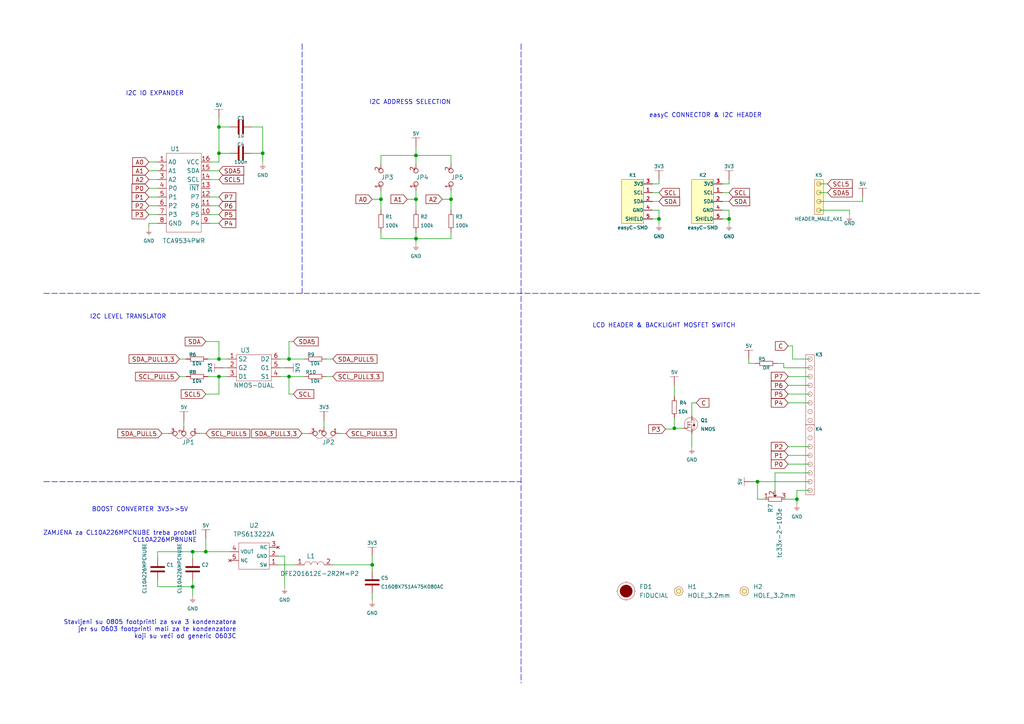
<source format=kicad_sch>
(kicad_sch (version 20211123) (generator eeschema)

  (uuid 31cf63f8-1bb4-44ef-ad91-d6d2e4cfad62)

  (paper "A4")

  (title_block
    (title "easyC LCD driver")
    (date "2021-06-09")
    (rev "V1.2.2.")
    (company "SOLDERED")
    (comment 1 "333003")
  )

  (lib_symbols
    (symbol "e-radionica.com schematics:0603C" (pin_numbers hide) (pin_names (offset 0.002)) (in_bom yes) (on_board yes)
      (property "Reference" "C" (id 0) (at -0.635 3.175 0)
        (effects (font (size 1 1)))
      )
      (property "Value" "0603C" (id 1) (at 0 -3.175 0)
        (effects (font (size 1 1)))
      )
      (property "Footprint" "e-radionica.com footprinti:0603C" (id 2) (at 0 0 0)
        (effects (font (size 1 1)) hide)
      )
      (property "Datasheet" "" (id 3) (at 0 0 0)
        (effects (font (size 1 1)) hide)
      )
      (symbol "0603C_0_1"
        (polyline
          (pts
            (xy -0.635 1.905)
            (xy -0.635 -1.905)
          )
          (stroke (width 0.5) (type default) (color 0 0 0 0))
          (fill (type none))
        )
        (polyline
          (pts
            (xy 0.635 1.905)
            (xy 0.635 -1.905)
          )
          (stroke (width 0.5) (type default) (color 0 0 0 0))
          (fill (type none))
        )
      )
      (symbol "0603C_1_1"
        (pin passive line (at -3.175 0 0) (length 2.54)
          (name "~" (effects (font (size 1.27 1.27))))
          (number "1" (effects (font (size 1.27 1.27))))
        )
        (pin passive line (at 3.175 0 180) (length 2.54)
          (name "~" (effects (font (size 1.27 1.27))))
          (number "2" (effects (font (size 1.27 1.27))))
        )
      )
    )
    (symbol "e-radionica.com schematics:0603R" (pin_numbers hide) (pin_names (offset 0.254)) (in_bom yes) (on_board yes)
      (property "Reference" "R" (id 0) (at -1.905 1.905 0)
        (effects (font (size 1 1)))
      )
      (property "Value" "0603R" (id 1) (at 0 -1.905 0)
        (effects (font (size 1 1)))
      )
      (property "Footprint" "e-radionica.com footprinti:0603R" (id 2) (at -0.635 1.905 0)
        (effects (font (size 1 1)) hide)
      )
      (property "Datasheet" "" (id 3) (at -0.635 1.905 0)
        (effects (font (size 1 1)) hide)
      )
      (symbol "0603R_0_1"
        (rectangle (start -1.905 -0.635) (end 1.905 -0.6604)
          (stroke (width 0.1) (type default) (color 0 0 0 0))
          (fill (type none))
        )
        (rectangle (start -1.905 0.635) (end -1.8796 -0.635)
          (stroke (width 0.1) (type default) (color 0 0 0 0))
          (fill (type none))
        )
        (rectangle (start -1.905 0.635) (end 1.905 0.6096)
          (stroke (width 0.1) (type default) (color 0 0 0 0))
          (fill (type none))
        )
        (rectangle (start 1.905 0.635) (end 1.9304 -0.635)
          (stroke (width 0.1) (type default) (color 0 0 0 0))
          (fill (type none))
        )
      )
      (symbol "0603R_1_1"
        (pin passive line (at -3.175 0 0) (length 1.27)
          (name "~" (effects (font (size 1.27 1.27))))
          (number "1" (effects (font (size 1.27 1.27))))
        )
        (pin passive line (at 3.175 0 180) (length 1.27)
          (name "~" (effects (font (size 1.27 1.27))))
          (number "2" (effects (font (size 1.27 1.27))))
        )
      )
    )
    (symbol "e-radionica.com schematics:0805C" (pin_numbers hide) (in_bom yes) (on_board yes)
      (property "Reference" "C" (id 0) (at -0.635 3.175 0)
        (effects (font (size 1 1)))
      )
      (property "Value" "0805C" (id 1) (at 0 -3.175 0)
        (effects (font (size 1 1)))
      )
      (property "Footprint" "e-radionica.com footprinti:0805C" (id 2) (at 0 0 0)
        (effects (font (size 1 1)) hide)
      )
      (property "Datasheet" "" (id 3) (at 0 0 0)
        (effects (font (size 1 1)) hide)
      )
      (symbol "0805C_0_1"
        (polyline
          (pts
            (xy -0.635 1.905)
            (xy -0.635 -1.905)
          )
          (stroke (width 0.5) (type default) (color 0 0 0 0))
          (fill (type none))
        )
        (polyline
          (pts
            (xy 0.635 1.905)
            (xy 0.635 -1.905)
          )
          (stroke (width 0.5) (type default) (color 0 0 0 0))
          (fill (type none))
        )
      )
      (symbol "0805C_1_1"
        (pin passive line (at -3.175 0 0) (length 2.54)
          (name "~" (effects (font (size 1.27 1.27))))
          (number "1" (effects (font (size 1.27 1.27))))
        )
        (pin passive line (at 3.175 0 180) (length 2.54)
          (name "~" (effects (font (size 1.27 1.27))))
          (number "2" (effects (font (size 1.27 1.27))))
        )
      )
    )
    (symbol "e-radionica.com schematics:0806L" (in_bom yes) (on_board yes)
      (property "Reference" "L" (id 0) (at 0 1.905 0)
        (effects (font (size 1.27 1.27)))
      )
      (property "Value" "0806L" (id 1) (at 0 -1.27 0)
        (effects (font (size 1.27 1.27)))
      )
      (property "Footprint" "e-radionica.com footprinti:0806L" (id 2) (at 0 -2.54 0)
        (effects (font (size 1.27 1.27)) hide)
      )
      (property "Datasheet" "" (id 3) (at 0 -1.27 0)
        (effects (font (size 1.27 1.27)) hide)
      )
      (symbol "0806L_0_1"
        (arc (start -1.27 0) (mid -2.2225 0.9388) (end -3.175 0)
          (stroke (width 0.0006) (type default) (color 0 0 0 0))
          (fill (type none))
        )
        (arc (start 0.635 0) (mid -0.3175 0.9388) (end -1.27 0)
          (stroke (width 0.0006) (type default) (color 0 0 0 0))
          (fill (type none))
        )
        (arc (start 2.54 0) (mid 1.5875 0.9388) (end 0.635 0)
          (stroke (width 0.0006) (type default) (color 0 0 0 0))
          (fill (type none))
        )
      )
      (symbol "0806L_1_1"
        (pin passive line (at -5.715 0 0) (length 2.54)
          (name "" (effects (font (size 1.27 1.27))))
          (number "1" (effects (font (size 1.27 1.27))))
        )
        (pin passive line (at 5.08 0 180) (length 2.54)
          (name "" (effects (font (size 1.27 1.27))))
          (number "2" (effects (font (size 1.27 1.27))))
        )
      )
    )
    (symbol "e-radionica.com schematics:3V3" (power) (pin_names (offset 0)) (in_bom yes) (on_board yes)
      (property "Reference" "#PWR" (id 0) (at 4.445 0 0)
        (effects (font (size 1 1)) hide)
      )
      (property "Value" "3V3" (id 1) (at 0 3.556 0)
        (effects (font (size 1 1)))
      )
      (property "Footprint" "" (id 2) (at 4.445 3.81 0)
        (effects (font (size 1 1)) hide)
      )
      (property "Datasheet" "" (id 3) (at 4.445 3.81 0)
        (effects (font (size 1 1)) hide)
      )
      (property "ki_keywords" "power-flag" (id 4) (at 0 0 0)
        (effects (font (size 1.27 1.27)) hide)
      )
      (property "ki_description" "Power symbol creates a global label with name \"+3V3\"" (id 5) (at 0 0 0)
        (effects (font (size 1.27 1.27)) hide)
      )
      (symbol "3V3_0_1"
        (polyline
          (pts
            (xy -1.27 2.54)
            (xy 1.27 2.54)
          )
          (stroke (width 0.0006) (type default) (color 0 0 0 0))
          (fill (type none))
        )
        (polyline
          (pts
            (xy 0 0)
            (xy 0 2.54)
          )
          (stroke (width 0) (type default) (color 0 0 0 0))
          (fill (type none))
        )
      )
      (symbol "3V3_1_1"
        (pin power_in line (at 0 0 90) (length 0) hide
          (name "3V3" (effects (font (size 1.27 1.27))))
          (number "1" (effects (font (size 1.27 1.27))))
        )
      )
    )
    (symbol "e-radionica.com schematics:5V" (power) (pin_names (offset 0)) (in_bom yes) (on_board yes)
      (property "Reference" "#PWR" (id 0) (at 4.445 0 0)
        (effects (font (size 1 1)) hide)
      )
      (property "Value" "5V" (id 1) (at 0 3.556 0)
        (effects (font (size 1 1)))
      )
      (property "Footprint" "" (id 2) (at 4.445 3.81 0)
        (effects (font (size 1 1)) hide)
      )
      (property "Datasheet" "" (id 3) (at 4.445 3.81 0)
        (effects (font (size 1 1)) hide)
      )
      (property "ki_keywords" "power-flag" (id 4) (at 0 0 0)
        (effects (font (size 1.27 1.27)) hide)
      )
      (property "ki_description" "Power symbol creates a global label with name \"+3V3\"" (id 5) (at 0 0 0)
        (effects (font (size 1.27 1.27)) hide)
      )
      (symbol "5V_0_1"
        (polyline
          (pts
            (xy -1.27 2.54)
            (xy 1.27 2.54)
          )
          (stroke (width 0.0006) (type default) (color 0 0 0 0))
          (fill (type none))
        )
        (polyline
          (pts
            (xy 0 0)
            (xy 0 2.54)
          )
          (stroke (width 0) (type default) (color 0 0 0 0))
          (fill (type none))
        )
      )
      (symbol "5V_1_1"
        (pin power_in line (at 0 0 90) (length 0) hide
          (name "5V" (effects (font (size 1.27 1.27))))
          (number "1" (effects (font (size 1.27 1.27))))
        )
      )
    )
    (symbol "e-radionica.com schematics:FIDUCIAL" (in_bom no) (on_board yes)
      (property "Reference" "FD" (id 0) (at 0 3.81 0)
        (effects (font (size 1.27 1.27)))
      )
      (property "Value" "FIDUCIAL" (id 1) (at 0 -3.81 0)
        (effects (font (size 1.27 1.27)))
      )
      (property "Footprint" "e-radionica.com footprinti:FIDUCIAL_23" (id 2) (at 0.254 -5.334 0)
        (effects (font (size 1.27 1.27)) hide)
      )
      (property "Datasheet" "" (id 3) (at 0 0 0)
        (effects (font (size 1.27 1.27)) hide)
      )
      (symbol "FIDUCIAL_0_1"
        (polyline
          (pts
            (xy -2.54 0)
            (xy -2.794 0)
          )
          (stroke (width 0.0006) (type default) (color 0 0 0 0))
          (fill (type none))
        )
        (polyline
          (pts
            (xy 0 -2.54)
            (xy 0 -2.794)
          )
          (stroke (width 0.0006) (type default) (color 0 0 0 0))
          (fill (type none))
        )
        (polyline
          (pts
            (xy 0 2.54)
            (xy 0 2.794)
          )
          (stroke (width 0.0006) (type default) (color 0 0 0 0))
          (fill (type none))
        )
        (polyline
          (pts
            (xy 2.54 0)
            (xy 2.794 0)
          )
          (stroke (width 0.0006) (type default) (color 0 0 0 0))
          (fill (type none))
        )
        (circle (center 0 0) (radius 1.7961)
          (stroke (width 0.001) (type default) (color 0 0 0 0))
          (fill (type outline))
        )
        (circle (center 0 0) (radius 2.54)
          (stroke (width 0.0006) (type default) (color 0 0 0 0))
          (fill (type none))
        )
      )
    )
    (symbol "e-radionica.com schematics:GND" (power) (pin_names (offset 0)) (in_bom yes) (on_board yes)
      (property "Reference" "#PWR" (id 0) (at 4.445 0 0)
        (effects (font (size 1 1)) hide)
      )
      (property "Value" "GND" (id 1) (at 0 -2.921 0)
        (effects (font (size 1 1)))
      )
      (property "Footprint" "" (id 2) (at 4.445 3.81 0)
        (effects (font (size 1 1)) hide)
      )
      (property "Datasheet" "" (id 3) (at 4.445 3.81 0)
        (effects (font (size 1 1)) hide)
      )
      (property "ki_keywords" "power-flag" (id 4) (at 0 0 0)
        (effects (font (size 1.27 1.27)) hide)
      )
      (property "ki_description" "Power symbol creates a global label with name \"+3V3\"" (id 5) (at 0 0 0)
        (effects (font (size 1.27 1.27)) hide)
      )
      (symbol "GND_0_1"
        (polyline
          (pts
            (xy -0.762 -1.27)
            (xy 0.762 -1.27)
          )
          (stroke (width 0.0006) (type default) (color 0 0 0 0))
          (fill (type none))
        )
        (polyline
          (pts
            (xy -0.635 -1.524)
            (xy 0.635 -1.524)
          )
          (stroke (width 0.0006) (type default) (color 0 0 0 0))
          (fill (type none))
        )
        (polyline
          (pts
            (xy -0.381 -1.778)
            (xy 0.381 -1.778)
          )
          (stroke (width 0.0006) (type default) (color 0 0 0 0))
          (fill (type none))
        )
        (polyline
          (pts
            (xy -0.127 -2.032)
            (xy 0.127 -2.032)
          )
          (stroke (width 0.0006) (type default) (color 0 0 0 0))
          (fill (type none))
        )
        (polyline
          (pts
            (xy 0 0)
            (xy 0 -1.27)
          )
          (stroke (width 0.0006) (type default) (color 0 0 0 0))
          (fill (type none))
        )
      )
      (symbol "GND_1_1"
        (pin power_in line (at 0 0 270) (length 0) hide
          (name "GND" (effects (font (size 1.27 1.27))))
          (number "1" (effects (font (size 1.27 1.27))))
        )
      )
    )
    (symbol "e-radionica.com schematics:HEADER_MALE_4X1" (pin_numbers hide) (pin_names hide) (in_bom yes) (on_board yes)
      (property "Reference" "K" (id 0) (at -0.635 7.62 0)
        (effects (font (size 1 1)))
      )
      (property "Value" "HEADER_MALE_4X1" (id 1) (at 0 -5.08 0)
        (effects (font (size 1 1)))
      )
      (property "Footprint" "e-radionica.com footprinti:HEADER_MALE_4X1" (id 2) (at 0 -2.54 0)
        (effects (font (size 1 1)) hide)
      )
      (property "Datasheet" "" (id 3) (at 0 -2.54 0)
        (effects (font (size 1 1)) hide)
      )
      (symbol "HEADER_MALE_4X1_0_1"
        (circle (center 0 -2.54) (radius 0.635)
          (stroke (width 0.0006) (type default) (color 0 0 0 0))
          (fill (type none))
        )
        (circle (center 0 0) (radius 0.635)
          (stroke (width 0.0006) (type default) (color 0 0 0 0))
          (fill (type none))
        )
        (circle (center 0 2.54) (radius 0.635)
          (stroke (width 0.0006) (type default) (color 0 0 0 0))
          (fill (type none))
        )
        (circle (center 0 5.08) (radius 0.635)
          (stroke (width 0.0006) (type default) (color 0 0 0 0))
          (fill (type none))
        )
        (rectangle (start 1.27 -3.81) (end -1.27 6.35)
          (stroke (width 0.001) (type default) (color 0 0 0 0))
          (fill (type background))
        )
      )
      (symbol "HEADER_MALE_4X1_1_1"
        (pin passive line (at 0 -2.54 180) (length 0)
          (name "~" (effects (font (size 1 1))))
          (number "1" (effects (font (size 1 1))))
        )
        (pin passive line (at 0 0 180) (length 0)
          (name "~" (effects (font (size 1 1))))
          (number "2" (effects (font (size 1 1))))
        )
        (pin passive line (at 0 2.54 180) (length 0)
          (name "~" (effects (font (size 1 1))))
          (number "3" (effects (font (size 1 1))))
        )
        (pin passive line (at 0 5.08 180) (length 0)
          (name "~" (effects (font (size 1 1))))
          (number "4" (effects (font (size 1 1))))
        )
      )
    )
    (symbol "e-radionica.com schematics:HEADER_MALE_8X1" (pin_numbers hide) (pin_names hide) (in_bom yes) (on_board yes)
      (property "Reference" "K" (id 0) (at -0.635 12.7 0)
        (effects (font (size 1 1)))
      )
      (property "Value" "HEADER_MALE_8X1" (id 1) (at 0.635 -10.16 0)
        (effects (font (size 1 1)))
      )
      (property "Footprint" "e-radionica.com footprinti:HEADER_MALE_8X1" (id 2) (at 0 0 0)
        (effects (font (size 1 1)) hide)
      )
      (property "Datasheet" "" (id 3) (at 0 0 0)
        (effects (font (size 1 1)) hide)
      )
      (symbol "HEADER_MALE_8X1_0_1"
        (circle (center 0 -7.62) (radius 0.635)
          (stroke (width 0.0006) (type default) (color 0 0 0 0))
          (fill (type none))
        )
        (circle (center 0 -5.08) (radius 0.635)
          (stroke (width 0.0006) (type default) (color 0 0 0 0))
          (fill (type none))
        )
        (circle (center 0 -2.54) (radius 0.635)
          (stroke (width 0.0006) (type default) (color 0 0 0 0))
          (fill (type none))
        )
        (circle (center 0 0) (radius 0.635)
          (stroke (width 0.0006) (type default) (color 0 0 0 0))
          (fill (type none))
        )
        (circle (center 0 2.54) (radius 0.635)
          (stroke (width 0.0006) (type default) (color 0 0 0 0))
          (fill (type none))
        )
        (circle (center 0 5.08) (radius 0.635)
          (stroke (width 0.0006) (type default) (color 0 0 0 0))
          (fill (type none))
        )
        (circle (center 0 7.62) (radius 0.635)
          (stroke (width 0.0006) (type default) (color 0 0 0 0))
          (fill (type none))
        )
        (circle (center 0 10.16) (radius 0.635)
          (stroke (width 0.0006) (type default) (color 0 0 0 0))
          (fill (type none))
        )
        (rectangle (start 1.27 -8.89) (end -1.27 11.43)
          (stroke (width 0.0006) (type default) (color 0 0 0 0))
          (fill (type none))
        )
      )
      (symbol "HEADER_MALE_8X1_1_1"
        (pin passive line (at 0 -7.62 180) (length 0)
          (name "~" (effects (font (size 0.991 0.991))))
          (number "1" (effects (font (size 0.991 0.991))))
        )
        (pin passive line (at 0 -5.08 180) (length 0)
          (name "~" (effects (font (size 0.991 0.991))))
          (number "2" (effects (font (size 0.991 0.991))))
        )
        (pin passive line (at 0 -2.54 180) (length 0)
          (name "~" (effects (font (size 0.991 0.991))))
          (number "3" (effects (font (size 0.991 0.991))))
        )
        (pin passive line (at 0 0 180) (length 0)
          (name "~" (effects (font (size 0.991 0.991))))
          (number "4" (effects (font (size 0.991 0.991))))
        )
        (pin passive line (at 0 2.54 180) (length 0)
          (name "~" (effects (font (size 0.991 0.991))))
          (number "5" (effects (font (size 0.991 0.991))))
        )
        (pin passive line (at 0 5.08 180) (length 0)
          (name "~" (effects (font (size 0.991 0.991))))
          (number "6" (effects (font (size 0.991 0.991))))
        )
        (pin passive line (at 0 7.62 180) (length 0)
          (name "~" (effects (font (size 0.991 0.991))))
          (number "7" (effects (font (size 0.991 0.991))))
        )
        (pin passive line (at 0 10.16 180) (length 0)
          (name "~" (effects (font (size 0.991 0.991))))
          (number "8" (effects (font (size 0.991 0.991))))
        )
      )
    )
    (symbol "e-radionica.com schematics:HOLE_3.2mm" (pin_numbers hide) (pin_names hide) (in_bom yes) (on_board yes)
      (property "Reference" "H" (id 0) (at 0 2.54 0)
        (effects (font (size 1.27 1.27)))
      )
      (property "Value" "HOLE_3.2mm" (id 1) (at 0 -2.54 0)
        (effects (font (size 1.27 1.27)))
      )
      (property "Footprint" "e-radionica.com footprinti:HOLE_3.2mm" (id 2) (at 0 0 0)
        (effects (font (size 1.27 1.27)) hide)
      )
      (property "Datasheet" "" (id 3) (at 0 0 0)
        (effects (font (size 1.27 1.27)) hide)
      )
      (symbol "HOLE_3.2mm_0_1"
        (circle (center 0 0) (radius 0.635)
          (stroke (width 0.0006) (type default) (color 0 0 0 0))
          (fill (type none))
        )
        (circle (center 0 0) (radius 1.27)
          (stroke (width 0.001) (type default) (color 0 0 0 0))
          (fill (type background))
        )
      )
    )
    (symbol "e-radionica.com schematics:NMOS-DUAL" (in_bom yes) (on_board yes)
      (property "Reference" "U" (id 0) (at -3.81 5.08 0)
        (effects (font (size 1.27 1.27)))
      )
      (property "Value" "NMOS-DUAL" (id 1) (at 0 -5.08 0)
        (effects (font (size 1.27 1.27)))
      )
      (property "Footprint" "e-radionica.com footprinti:SOT-363" (id 2) (at 0 -7.62 0)
        (effects (font (size 1.27 1.27)) hide)
      )
      (property "Datasheet" "" (id 3) (at 0 -2.54 0)
        (effects (font (size 1.27 1.27)) hide)
      )
      (symbol "NMOS-DUAL_0_1"
        (rectangle (start -5.08 3.81) (end 5.08 -3.81)
          (stroke (width 0.0006) (type default) (color 0 0 0 0))
          (fill (type none))
        )
      )
      (symbol "NMOS-DUAL_1_1"
        (pin input line (at -7.62 2.54 0) (length 2.54)
          (name "S2" (effects (font (size 1.27 1.27))))
          (number "1" (effects (font (size 1.27 1.27))))
        )
        (pin input line (at -7.62 0 0) (length 2.54)
          (name "G2" (effects (font (size 1.27 1.27))))
          (number "2" (effects (font (size 1.27 1.27))))
        )
        (pin input line (at -7.62 -2.54 0) (length 2.54)
          (name "D1" (effects (font (size 1.27 1.27))))
          (number "3" (effects (font (size 1.27 1.27))))
        )
        (pin input line (at 7.62 -2.54 180) (length 2.54)
          (name "S1" (effects (font (size 1.27 1.27))))
          (number "4" (effects (font (size 1.27 1.27))))
        )
        (pin input line (at 7.62 0 180) (length 2.54)
          (name "G1" (effects (font (size 1.27 1.27))))
          (number "5" (effects (font (size 1.27 1.27))))
        )
        (pin input line (at 7.62 2.54 180) (length 2.54)
          (name "D2" (effects (font (size 1.27 1.27))))
          (number "6" (effects (font (size 1.27 1.27))))
        )
      )
    )
    (symbol "e-radionica.com schematics:NMOS-SOT-23-3" (pin_numbers hide) (pin_names hide) (in_bom yes) (on_board yes)
      (property "Reference" "Q" (id 0) (at -1.143 2.921 0)
        (effects (font (size 1 1)))
      )
      (property "Value" "NMOS-SOT-23-3" (id 1) (at 1.524 -3.937 0)
        (effects (font (size 1 1)))
      )
      (property "Footprint" "e-radionica.com footprinti:SOT-23-3" (id 2) (at 0 0 0)
        (effects (font (size 1 1)) hide)
      )
      (property "Datasheet" "" (id 3) (at 0 0 0)
        (effects (font (size 1 1)) hide)
      )
      (symbol "NMOS-SOT-23-3_0_1"
        (polyline
          (pts
            (xy 0 -1.016)
            (xy 0 1.016)
          )
          (stroke (width 0.0006) (type default) (color 0 0 0 0))
          (fill (type none))
        )
        (polyline
          (pts
            (xy 0.254 -1.016)
            (xy 0.254 -0.508)
          )
          (stroke (width 0.0006) (type default) (color 0 0 0 0))
          (fill (type none))
        )
        (polyline
          (pts
            (xy 0.254 -0.762)
            (xy 1.27 -0.762)
          )
          (stroke (width 0.0006) (type default) (color 0 0 0 0))
          (fill (type none))
        )
        (polyline
          (pts
            (xy 0.254 -0.254)
            (xy 0.254 0.254)
          )
          (stroke (width 0.0006) (type default) (color 0 0 0 0))
          (fill (type none))
        )
        (polyline
          (pts
            (xy 0.254 0.762)
            (xy 1.27 0.762)
          )
          (stroke (width 0.0006) (type default) (color 0 0 0 0))
          (fill (type none))
        )
        (polyline
          (pts
            (xy 0.254 1.016)
            (xy 0.254 0.508)
          )
          (stroke (width 0.0006) (type default) (color 0 0 0 0))
          (fill (type none))
        )
        (polyline
          (pts
            (xy 1.27 -1.27)
            (xy 1.27 -0.762)
          )
          (stroke (width 0.0006) (type default) (color 0 0 0 0))
          (fill (type none))
        )
        (polyline
          (pts
            (xy 1.27 0.762)
            (xy 1.27 1.27)
          )
          (stroke (width 0.0006) (type default) (color 0 0 0 0))
          (fill (type none))
        )
        (polyline
          (pts
            (xy 1.651 -0.254)
            (xy 1.905 0.127)
          )
          (stroke (width 0.2) (type default) (color 0 0 0 0))
          (fill (type none))
        )
        (polyline
          (pts
            (xy 1.651 0.127)
            (xy 2.159 0.127)
          )
          (stroke (width 0.0006) (type default) (color 0 0 0 0))
          (fill (type none))
        )
        (polyline
          (pts
            (xy 0.254 0)
            (xy 1.27 0)
            (xy 1.27 -0.762)
          )
          (stroke (width 0.0006) (type default) (color 0 0 0 0))
          (fill (type none))
        )
        (polyline
          (pts
            (xy 1.651 -0.254)
            (xy 2.159 -0.254)
            (xy 1.905 0.127)
          )
          (stroke (width 0.2) (type default) (color 0 0 0 0))
          (fill (type none))
        )
        (polyline
          (pts
            (xy 0.381 0)
            (xy 0.635 0.254)
            (xy 0.635 -0.254)
            (xy 0.381 0)
          )
          (stroke (width 0.0006) (type default) (color 0 0 0 0))
          (fill (type none))
        )
        (polyline
          (pts
            (xy 1.27 -1.27)
            (xy 1.905 -1.27)
            (xy 1.905 1.524)
            (xy 1.27 1.524)
          )
          (stroke (width 0.0006) (type default) (color 0 0 0 0))
          (fill (type none))
        )
        (circle (center 1.016 0.127) (radius 1.9716)
          (stroke (width 0.0006) (type default) (color 0 0 0 0))
          (fill (type none))
        )
      )
      (symbol "NMOS-SOT-23-3_1_1"
        (pin passive line (at -1.27 -1.016 0) (length 1.27)
          (name "G" (effects (font (size 1 1))))
          (number "1" (effects (font (size 1 1))))
        )
        (pin passive line (at 1.27 -2.54 90) (length 1.27)
          (name "S" (effects (font (size 1 1))))
          (number "2" (effects (font (size 1 1))))
        )
        (pin passive line (at 1.27 2.54 270) (length 1.27)
          (name "D" (effects (font (size 1 1))))
          (number "3" (effects (font (size 1 1))))
        )
      )
    )
    (symbol "e-radionica.com schematics:SMD_JUMPER" (in_bom yes) (on_board yes)
      (property "Reference" "JP" (id 0) (at 0 1.397 0)
        (effects (font (size 1.27 1.27)))
      )
      (property "Value" "SMD_JUMPER" (id 1) (at 0.508 -3.048 0)
        (effects (font (size 1.27 1.27)))
      )
      (property "Footprint" "e-radionica.com footprinti:SMD_JUMPER" (id 2) (at 0 0 0)
        (effects (font (size 1.27 1.27)) hide)
      )
      (property "Datasheet" "" (id 3) (at 0 0 0)
        (effects (font (size 1.27 1.27)) hide)
      )
      (symbol "SMD_JUMPER_1_1"
        (pin passive inverted (at -3.81 0 0) (length 2.54)
          (name "" (effects (font (size 1.27 1.27))))
          (number "1" (effects (font (size 1.27 1.27))))
        )
        (pin passive inverted (at 3.81 0 180) (length 2.54)
          (name "" (effects (font (size 1.27 1.27))))
          (number "2" (effects (font (size 1.27 1.27))))
        )
      )
    )
    (symbol "e-radionica.com schematics:SMD_JUMPER_3_PAD_TRACE" (in_bom yes) (on_board yes)
      (property "Reference" "JP" (id 0) (at 0.0254 5.461 0)
        (effects (font (size 1.27 1.27)))
      )
      (property "Value" "SMD_JUMPER_3_PAD_TRACE" (id 1) (at 0.3048 -4.572 0)
        (effects (font (size 1.27 1.27)))
      )
      (property "Footprint" "e-radionica.com footprinti:SMD_JUMPER_3_PAD_TRACE" (id 2) (at 0 -1.27 0)
        (effects (font (size 1.27 1.27)) hide)
      )
      (property "Datasheet" "" (id 3) (at 0 0 0)
        (effects (font (size 1.27 1.27)) hide)
      )
      (symbol "SMD_JUMPER_3_PAD_TRACE_0_1"
        (arc (start 0 0.5842) (mid -1.2996 1.472) (end -2.6162 0.6096)
          (stroke (width 0.0006) (type default) (color 0 0 0 0))
          (fill (type none))
        )
        (arc (start 2.5908 0.6604) (mid 1.2796 1.4379) (end 0 0.6096)
          (stroke (width 0.0006) (type default) (color 0 0 0 0))
          (fill (type none))
        )
      )
      (symbol "SMD_JUMPER_3_PAD_TRACE_1_1"
        (pin passive inverted (at -4.5212 -0.0254 0) (length 2.54)
          (name "" (effects (font (size 1 1))))
          (number "1" (effects (font (size 1 1))))
        )
        (pin passive inverted (at 0.0254 -1.9304 90) (length 2.54)
          (name "" (effects (font (size 1 1))))
          (number "2" (effects (font (size 1 1))))
        )
        (pin passive inverted (at 4.4704 0 180) (length 2.54)
          (name "" (effects (font (size 1 1))))
          (number "3" (effects (font (size 1 1))))
        )
      )
    )
    (symbol "e-radionica.com schematics:TCA9534PWR" (in_bom yes) (on_board yes)
      (property "Reference" "U" (id 0) (at -3.81 11.43 0)
        (effects (font (size 1.27 1.27)))
      )
      (property "Value" "TCA9534PWR" (id 1) (at 0 -13.97 0)
        (effects (font (size 1.27 1.27)))
      )
      (property "Footprint" "e-radionica.com footprinti:TSSOP-16" (id 2) (at 0 -16.51 0)
        (effects (font (size 1.27 1.27)) hide)
      )
      (property "Datasheet" "" (id 3) (at 0 0 0)
        (effects (font (size 1.27 1.27)) hide)
      )
      (symbol "TCA9534PWR_0_1"
        (rectangle (start -5.08 10.16) (end 5.08 -12.7)
          (stroke (width 0.0006) (type default) (color 0 0 0 0))
          (fill (type none))
        )
      )
      (symbol "TCA9534PWR_1_1"
        (pin bidirectional line (at -7.62 7.62 0) (length 2.54)
          (name "A0" (effects (font (size 1.27 1.27))))
          (number "1" (effects (font (size 1.27 1.27))))
        )
        (pin bidirectional line (at 7.62 -7.62 180) (length 2.54)
          (name "P5" (effects (font (size 1.27 1.27))))
          (number "10" (effects (font (size 1.27 1.27))))
        )
        (pin bidirectional line (at 7.62 -5.08 180) (length 2.54)
          (name "P6" (effects (font (size 1.27 1.27))))
          (number "11" (effects (font (size 1.27 1.27))))
        )
        (pin bidirectional line (at 7.62 -2.54 180) (length 2.54)
          (name "P7" (effects (font (size 1.27 1.27))))
          (number "12" (effects (font (size 1.27 1.27))))
        )
        (pin bidirectional line (at 7.62 0 180) (length 2.54)
          (name "~{INT}" (effects (font (size 1.27 1.27))))
          (number "13" (effects (font (size 1.27 1.27))))
        )
        (pin bidirectional line (at 7.62 2.54 180) (length 2.54)
          (name "SCL" (effects (font (size 1.27 1.27))))
          (number "14" (effects (font (size 1.27 1.27))))
        )
        (pin bidirectional line (at 7.62 5.08 180) (length 2.54)
          (name "SDA" (effects (font (size 1.27 1.27))))
          (number "15" (effects (font (size 1.27 1.27))))
        )
        (pin power_in line (at 7.62 7.62 180) (length 2.54)
          (name "VCC" (effects (font (size 1.27 1.27))))
          (number "16" (effects (font (size 1.27 1.27))))
        )
        (pin bidirectional line (at -7.62 5.08 0) (length 2.54)
          (name "A1" (effects (font (size 1.27 1.27))))
          (number "2" (effects (font (size 1.27 1.27))))
        )
        (pin bidirectional line (at -7.62 2.54 0) (length 2.54)
          (name "A2" (effects (font (size 1.27 1.27))))
          (number "3" (effects (font (size 1.27 1.27))))
        )
        (pin bidirectional line (at -7.62 0 0) (length 2.54)
          (name "P0" (effects (font (size 1.27 1.27))))
          (number "4" (effects (font (size 1.27 1.27))))
        )
        (pin bidirectional line (at -7.62 -2.54 0) (length 2.54)
          (name "P1" (effects (font (size 1.27 1.27))))
          (number "5" (effects (font (size 1.27 1.27))))
        )
        (pin bidirectional line (at -7.62 -5.08 0) (length 2.54)
          (name "P2" (effects (font (size 1.27 1.27))))
          (number "6" (effects (font (size 1.27 1.27))))
        )
        (pin bidirectional line (at -7.62 -7.62 0) (length 2.54)
          (name "P3" (effects (font (size 1.27 1.27))))
          (number "7" (effects (font (size 1.27 1.27))))
        )
        (pin power_in line (at -7.62 -10.16 0) (length 2.54)
          (name "GND" (effects (font (size 1.27 1.27))))
          (number "8" (effects (font (size 1.27 1.27))))
        )
        (pin bidirectional line (at 7.62 -10.16 180) (length 2.54)
          (name "P4" (effects (font (size 1.27 1.27))))
          (number "9" (effects (font (size 1.27 1.27))))
        )
      )
    )
    (symbol "e-radionica.com schematics:TPS613222A" (in_bom yes) (on_board yes)
      (property "Reference" "U" (id 0) (at 0 5.08 0)
        (effects (font (size 1.27 1.27)))
      )
      (property "Value" "TPS613222A" (id 1) (at 0 -5.08 0)
        (effects (font (size 1.27 1.27)))
      )
      (property "Footprint" "e-radionica.com footprinti:tps613222a" (id 2) (at -0.635 0 0)
        (effects (font (size 1.27 1.27)) hide)
      )
      (property "Datasheet" "" (id 3) (at -0.635 0 0)
        (effects (font (size 1.27 1.27)) hide)
      )
      (symbol "TPS613222A_0_1"
        (rectangle (start -4.445 3.81) (end 4.445 -3.81)
          (stroke (width 0.0006) (type default) (color 0 0 0 0))
          (fill (type none))
        )
      )
      (symbol "TPS613222A_1_1"
        (pin passive line (at 6.985 -2.54 180) (length 2.54)
          (name "SW" (effects (font (size 1 1))))
          (number "1" (effects (font (size 1.27 1.27))))
        )
        (pin passive line (at 6.985 0 180) (length 2.54)
          (name "GND" (effects (font (size 1 1))))
          (number "2" (effects (font (size 1 1))))
        )
        (pin no_connect line (at 6.985 2.54 180) (length 2.54)
          (name "NC" (effects (font (size 1 1))))
          (number "3" (effects (font (size 1.27 1.27))))
        )
        (pin passive line (at -6.985 1.27 0) (length 2.54)
          (name "VOUT" (effects (font (size 1 1))))
          (number "4" (effects (font (size 1.27 1.27))))
        )
        (pin no_connect line (at -6.985 -1.27 0) (length 2.54)
          (name "NC" (effects (font (size 1 1))))
          (number "5" (effects (font (size 1.27 1.27))))
        )
      )
    )
    (symbol "e-radionica.com schematics:easyC-SMD" (pin_names (offset 0.002)) (in_bom yes) (on_board yes)
      (property "Reference" "K" (id 0) (at -2.54 10.16 0)
        (effects (font (size 1 1)))
      )
      (property "Value" "easyC-SMD" (id 1) (at 0 -5.08 0)
        (effects (font (size 1 1)))
      )
      (property "Footprint" "e-radionica.com footprinti:easyC-connector" (id 2) (at 3.175 2.54 0)
        (effects (font (size 1 1)) hide)
      )
      (property "Datasheet" "" (id 3) (at 3.175 2.54 0)
        (effects (font (size 1 1)) hide)
      )
      (symbol "easyC-SMD_0_1"
        (rectangle (start -3.175 8.89) (end 3.175 -3.81)
          (stroke (width 0.001) (type default) (color 0 0 0 0))
          (fill (type background))
        )
      )
      (symbol "easyC-SMD_1_1"
        (pin passive line (at 5.715 5.08 180) (length 2.54)
          (name "SCL" (effects (font (size 1 1))))
          (number "1" (effects (font (size 1 1))))
        )
        (pin passive line (at 5.715 2.54 180) (length 2.54)
          (name "SDA" (effects (font (size 1 1))))
          (number "2" (effects (font (size 1 1))))
        )
        (pin passive line (at 5.715 7.62 180) (length 2.54)
          (name "3V3" (effects (font (size 1 1))))
          (number "3" (effects (font (size 1 1))))
        )
        (pin passive line (at 5.715 0 180) (length 2.54)
          (name "GND" (effects (font (size 1 1))))
          (number "4" (effects (font (size 1 1))))
        )
        (pin passive line (at 5.715 -2.54 180) (length 2.54)
          (name "SHIELD" (effects (font (size 1 1))))
          (number "5" (effects (font (size 1 1))))
        )
      )
    )
    (symbol "e-radionica.com schematics:tc33x-2-103e" (in_bom yes) (on_board yes)
      (property "Reference" "R" (id 0) (at -1.778 3.302 0)
        (effects (font (size 1.27 1.27)))
      )
      (property "Value" "tc33x-2-103e" (id 1) (at 0 -2.54 0)
        (effects (font (size 1.27 1.27)))
      )
      (property "Footprint" "e-radionica.com footprinti:tc33x-2-103e" (id 2) (at 0 -5.08 0)
        (effects (font (size 1.27 1.27)) hide)
      )
      (property "Datasheet" "" (id 3) (at -0.0508 -0.0508 0)
        (effects (font (size 1.27 1.27)) hide)
      )
      (symbol "tc33x-2-103e_0_1"
        (rectangle (start -1.905 -0.635) (end 1.905 -0.6604)
          (stroke (width 0.1) (type default) (color 0 0 0 0))
          (fill (type none))
        )
        (rectangle (start -1.905 0.635) (end -1.8796 -0.635)
          (stroke (width 0.1) (type default) (color 0 0 0 0))
          (fill (type none))
        )
        (rectangle (start -1.905 0.635) (end 1.905 0.6096)
          (stroke (width 0.1) (type default) (color 0 0 0 0))
          (fill (type none))
        )
        (polyline
          (pts
            (xy -0.4318 1.1684)
            (xy 0.4826 1.1684)
            (xy 0 0.635)
            (xy -0.4064 1.0922)
            (xy -0.4826 1.1684)
            (xy 0 0.7874)
            (xy 0.3048 1.1176)
            (xy -0.254 1.0668)
            (xy 0.0254 0.8636)
            (xy 0.0762 1.0414)
            (xy -0.0254 0.9652)
          )
          (stroke (width 0.0006) (type default) (color 0 0 0 0))
          (fill (type none))
        )
        (rectangle (start 1.905 0.635) (end 1.9304 -0.635)
          (stroke (width 0.1) (type default) (color 0 0 0 0))
          (fill (type none))
        )
      )
      (symbol "tc33x-2-103e_1_1"
        (pin passive line (at -3.175 0 0) (length 1.27)
          (name "~" (effects (font (size 1.27 1.27))))
          (number "1" (effects (font (size 1.27 1.27))))
        )
        (pin passive line (at 0 2.4892 270) (length 1.27)
          (name "" (effects (font (size 1.27 1.27))))
          (number "2" (effects (font (size 1.27 1.27))))
        )
        (pin passive line (at 3.175 0.0002 180) (length 1.27)
          (name "~" (effects (font (size 1.27 1.27))))
          (number "3" (effects (font (size 1.27 1.27))))
        )
      )
    )
  )

  (junction (at 63.5 109.22) (diameter 0.9144) (color 0 0 0 0)
    (uuid 03caada9-9e22-4e2d-9035-b15433dfbb17)
  )
  (junction (at 83.82 104.14) (diameter 0.9144) (color 0 0 0 0)
    (uuid 0ff508fd-18da-4ab7-9844-3c8a28c2587e)
  )
  (junction (at 110.49 57.785) (diameter 0.9144) (color 0 0 0 0)
    (uuid 13c0ff76-ed71-4cd9-abb0-92c376825d5d)
  )
  (junction (at 76.2 44.45) (diameter 0.9144) (color 0 0 0 0)
    (uuid 1f3003e6-dce5-420f-906b-3f1e92b67249)
  )
  (junction (at 83.82 109.22) (diameter 0.9144) (color 0 0 0 0)
    (uuid 378af8b4-af3d-46e7-89ae-deff12ca9067)
  )
  (junction (at 63.5 44.45) (diameter 0.9144) (color 0 0 0 0)
    (uuid 639c0e59-e95c-4114-bccd-2e7277505454)
  )
  (junction (at 191.135 63.5) (diameter 0.9144) (color 0 0 0 0)
    (uuid 68877d35-b796-44db-9124-b8e744e7412e)
  )
  (junction (at 231.14 144.7798) (diameter 0.9144) (color 0 0 0 0)
    (uuid 6d26d68f-1ca7-4ff3-b058-272f1c399047)
  )
  (junction (at 120.65 57.785) (diameter 0.9144) (color 0 0 0 0)
    (uuid 8412992d-8754-44de-9e08-115cec1a3eff)
  )
  (junction (at 63.5 104.14) (diameter 0.9144) (color 0 0 0 0)
    (uuid 8ca3e20d-bcc7-4c5e-9deb-562dfed9fecb)
  )
  (junction (at 219.71 139.7) (diameter 0.9144) (color 0 0 0 0)
    (uuid 911bdcbe-493f-4e21-a506-7cbc636e2c17)
  )
  (junction (at 211.455 63.5) (diameter 0.9144) (color 0 0 0 0)
    (uuid 9f8381e9-3077-4453-a480-a01ad9c1a940)
  )
  (junction (at 59.69 160.02) (diameter 0.9144) (color 0 0 0 0)
    (uuid a15a7506-eae4-4933-84da-9ad754258706)
  )
  (junction (at 107.95 163.83) (diameter 0.9144) (color 0 0 0 0)
    (uuid a27eb049-c992-4f11-a026-1e6a8d9d0160)
  )
  (junction (at 195.58 124.206) (diameter 0.9144) (color 0 0 0 0)
    (uuid b96fe6ac-3535-4455-ab88-ed77f5e46d6e)
  )
  (junction (at 130.81 57.785) (diameter 0.9144) (color 0 0 0 0)
    (uuid c332fa55-4168-4f55-88a5-f82c7c21040b)
  )
  (junction (at 55.88 170.18) (diameter 0.9144) (color 0 0 0 0)
    (uuid c8c79177-94d4-43e2-a654-f0a5554fbb68)
  )
  (junction (at 63.5 36.83) (diameter 0.9144) (color 0 0 0 0)
    (uuid d3c11c8f-a73d-4211-934b-a6da255728ad)
  )
  (junction (at 120.65 69.215) (diameter 0.9144) (color 0 0 0 0)
    (uuid df32840e-2912-4088-b54c-9a85f64c0265)
  )
  (junction (at 55.88 160.02) (diameter 0.9144) (color 0 0 0 0)
    (uuid e21aa84b-970e-47cf-b64f-3b55ee0e1b51)
  )
  (junction (at 120.65 45.085) (diameter 0.9144) (color 0 0 0 0)
    (uuid ffd175d1-912a-4224-be1e-a8198680f46b)
  )

  (wire (pts (xy 63.5 36.83) (xy 66.675 36.83))
    (stroke (width 0) (type solid) (color 0 0 0 0))
    (uuid 02b5b37e-2d3d-4004-a30b-b0c2bc7e14fc)
  )
  (wire (pts (xy 63.5 99.06) (xy 63.5 104.14))
    (stroke (width 0) (type solid) (color 0 0 0 0))
    (uuid 052efcac-0b4e-4cb8-a691-91b6789fd99a)
  )
  (wire (pts (xy 198.12 124.206) (xy 195.58 124.206))
    (stroke (width 0) (type solid) (color 0 0 0 0))
    (uuid 08baadd8-cb46-4ceb-8afd-6c3b09a3261c)
  )
  (wire (pts (xy 60.96 64.77) (xy 63.5 64.77))
    (stroke (width 0) (type solid) (color 0 0 0 0))
    (uuid 08c5ab2a-3df2-4760-9473-ef2bea139a00)
  )
  (wire (pts (xy 229.87 104.14) (xy 234.95 104.14))
    (stroke (width 0) (type solid) (color 0 0 0 0))
    (uuid 0910d66d-6bd1-4faf-8361-19ad926c4784)
  )
  (polyline (pts (xy 12.7 85.09) (xy 284.48 85.09))
    (stroke (width 0) (type dash) (color 0 0 0 0))
    (uuid 0a31cc7e-2879-40e3-b6cf-0d8f78e617b0)
  )

  (wire (pts (xy 96.52 163.83) (xy 107.95 163.83))
    (stroke (width 0) (type solid) (color 0 0 0 0))
    (uuid 107339aa-9451-437b-8f4b-d5d61c8cb751)
  )
  (wire (pts (xy 55.88 168.275) (xy 55.88 170.18))
    (stroke (width 0) (type solid) (color 0 0 0 0))
    (uuid 107bf01a-c0db-4f80-9799-0f3fd700d19c)
  )
  (wire (pts (xy 63.5 104.14) (xy 66.04 104.14))
    (stroke (width 0) (type solid) (color 0 0 0 0))
    (uuid 10ff6d07-3ff2-439c-8bd3-c3c6b1255803)
  )
  (wire (pts (xy 53.3146 121.92) (xy 53.34 121.92))
    (stroke (width 0) (type solid) (color 0 0 0 0))
    (uuid 15f16da8-52ae-4ff1-98eb-bfd30ce85158)
  )
  (wire (pts (xy 98.5012 125.7046) (xy 98.5012 125.73))
    (stroke (width 0) (type solid) (color 0 0 0 0))
    (uuid 17bf367f-609f-4d36-ba1e-e57fb4f8f7e8)
  )
  (wire (pts (xy 80.645 163.83) (xy 85.725 163.83))
    (stroke (width 0) (type solid) (color 0 0 0 0))
    (uuid 1ab0d0ea-616f-47ef-a2b8-1a5e8b5b58a6)
  )
  (wire (pts (xy 64.77 106.68) (xy 66.04 106.68))
    (stroke (width 0) (type solid) (color 0 0 0 0))
    (uuid 1c18db3a-adf9-429a-9b85-c4143a8b8bb4)
  )
  (wire (pts (xy 107.95 57.785) (xy 110.49 57.785))
    (stroke (width 0) (type solid) (color 0 0 0 0))
    (uuid 1c977f8b-6eb7-480a-b7cc-1e2ffd77ebaf)
  )
  (wire (pts (xy 189.23 58.42) (xy 191.135 58.42))
    (stroke (width 0) (type solid) (color 0 0 0 0))
    (uuid 23555c7b-cf6f-4236-afee-6a2ee13298ae)
  )
  (wire (pts (xy 63.5 44.45) (xy 66.675 44.45))
    (stroke (width 0) (type solid) (color 0 0 0 0))
    (uuid 26477d02-6ead-431d-9b84-5a2f9c494aa4)
  )
  (wire (pts (xy 246.38 60.96) (xy 246.38 62.23))
    (stroke (width 0) (type solid) (color 0 0 0 0))
    (uuid 274aa775-e3f9-41e1-a0fd-67f1834cab16)
  )
  (wire (pts (xy 83.82 114.3) (xy 83.82 109.22))
    (stroke (width 0) (type solid) (color 0 0 0 0))
    (uuid 2cddefe2-1e72-43c4-a35d-2ac070d6a3d1)
  )
  (wire (pts (xy 110.49 67.31) (xy 110.49 69.215))
    (stroke (width 0) (type solid) (color 0 0 0 0))
    (uuid 2f43fdf9-0134-4376-b8e1-11c3d4fe4cfd)
  )
  (wire (pts (xy 110.49 69.215) (xy 120.65 69.215))
    (stroke (width 0) (type solid) (color 0 0 0 0))
    (uuid 2f43fdf9-0134-4376-b8e1-11c3d4fe4cfe)
  )
  (wire (pts (xy 120.65 69.215) (xy 120.65 70.485))
    (stroke (width 0) (type solid) (color 0 0 0 0))
    (uuid 2f43fdf9-0134-4376-b8e1-11c3d4fe4cff)
  )
  (wire (pts (xy 130.81 67.31) (xy 130.81 69.215))
    (stroke (width 0) (type solid) (color 0 0 0 0))
    (uuid 2f6dbb24-db1d-4624-bcfa-20b6bf1bfac2)
  )
  (wire (pts (xy 130.81 69.215) (xy 120.65 69.215))
    (stroke (width 0) (type solid) (color 0 0 0 0))
    (uuid 2f6dbb24-db1d-4624-bcfa-20b6bf1bfac3)
  )
  (wire (pts (xy 237.49 60.96) (xy 246.38 60.96))
    (stroke (width 0) (type solid) (color 0 0 0 0))
    (uuid 31ae208c-1adf-4f88-b001-bcf1521e4b3e)
  )
  (wire (pts (xy 94.615 109.22) (xy 96.52 109.22))
    (stroke (width 0) (type solid) (color 0 0 0 0))
    (uuid 355d6266-9164-412f-87e9-14b0bec0f51c)
  )
  (wire (pts (xy 45.72 160.02) (xy 55.88 160.02))
    (stroke (width 0) (type solid) (color 0 0 0 0))
    (uuid 38a540db-25f9-4169-94fe-1fd37f628b48)
  )
  (wire (pts (xy 45.72 161.925) (xy 45.72 160.02))
    (stroke (width 0) (type solid) (color 0 0 0 0))
    (uuid 38a540db-25f9-4169-94fe-1fd37f628b49)
  )
  (wire (pts (xy 228.6 111.76) (xy 234.95 111.76))
    (stroke (width 0) (type solid) (color 0 0 0 0))
    (uuid 3aca43fa-66da-42f5-a652-874f1dbbc767)
  )
  (wire (pts (xy 231.14 142.24) (xy 231.14 144.7798))
    (stroke (width 0) (type solid) (color 0 0 0 0))
    (uuid 43af04a3-aa71-4004-89ff-d9030a1d7b7d)
  )
  (wire (pts (xy 231.14 144.7798) (xy 231.14 146.05))
    (stroke (width 0) (type solid) (color 0 0 0 0))
    (uuid 43af04a3-aa71-4004-89ff-d9030a1d7b7e)
  )
  (wire (pts (xy 234.95 142.24) (xy 231.14 142.24))
    (stroke (width 0) (type solid) (color 0 0 0 0))
    (uuid 43af04a3-aa71-4004-89ff-d9030a1d7b7f)
  )
  (wire (pts (xy 211.455 53.34) (xy 211.455 52.07))
    (stroke (width 0) (type solid) (color 0 0 0 0))
    (uuid 4733aa3a-8e11-4fdd-bec6-325b25edc21b)
  )
  (wire (pts (xy 228.6 114.3) (xy 234.95 114.3))
    (stroke (width 0) (type solid) (color 0 0 0 0))
    (uuid 4a3717aa-ce27-42f3-bc86-f654bb956ee6)
  )
  (wire (pts (xy 209.55 55.88) (xy 211.455 55.88))
    (stroke (width 0) (type solid) (color 0 0 0 0))
    (uuid 4b68546f-33e1-442e-87a4-dcef707f91cf)
  )
  (wire (pts (xy 60.96 49.53) (xy 63.5 49.53))
    (stroke (width 0) (type solid) (color 0 0 0 0))
    (uuid 4c310504-a109-44af-93dc-91ace61b7ed5)
  )
  (wire (pts (xy 59.69 125.7046) (xy 59.69 125.73))
    (stroke (width 0) (type solid) (color 0 0 0 0))
    (uuid 4fc4c6ff-2ab7-4455-b9a6-5fbbe25453b3)
  )
  (wire (pts (xy 219.71 144.78) (xy 219.71 139.7))
    (stroke (width 0) (type solid) (color 0 0 0 0))
    (uuid 5030df01-622e-4137-a44b-7a3a2fa69ca8)
  )
  (wire (pts (xy 221.615 144.78) (xy 219.71 144.78))
    (stroke (width 0) (type solid) (color 0 0 0 0))
    (uuid 5030df01-622e-4137-a44b-7a3a2fa69ca9)
  )
  (wire (pts (xy 189.23 60.96) (xy 191.135 60.96))
    (stroke (width 0) (type solid) (color 0 0 0 0))
    (uuid 50fe391e-351f-48e7-9dac-45454b0874cd)
  )
  (wire (pts (xy 191.135 60.96) (xy 191.135 63.5))
    (stroke (width 0) (type solid) (color 0 0 0 0))
    (uuid 50fe391e-351f-48e7-9dac-45454b0874ce)
  )
  (wire (pts (xy 191.135 63.5) (xy 191.135 64.77))
    (stroke (width 0) (type solid) (color 0 0 0 0))
    (uuid 50fe391e-351f-48e7-9dac-45454b0874cf)
  )
  (wire (pts (xy 60.325 104.14) (xy 63.5 104.14))
    (stroke (width 0) (type solid) (color 0 0 0 0))
    (uuid 515474a7-51fd-4bff-b466-c4b449b705dd)
  )
  (wire (pts (xy 218.44 139.7) (xy 219.71 139.7))
    (stroke (width 0) (type solid) (color 0 0 0 0))
    (uuid 5183d413-5fab-4e0d-bba1-9eba2b9f3587)
  )
  (wire (pts (xy 219.71 139.7) (xy 234.95 139.7))
    (stroke (width 0) (type solid) (color 0 0 0 0))
    (uuid 5183d413-5fab-4e0d-bba1-9eba2b9f3588)
  )
  (wire (pts (xy 237.49 53.34) (xy 240.03 53.34))
    (stroke (width 0) (type solid) (color 0 0 0 0))
    (uuid 544ac16f-9558-4fdc-b5f4-0618df9cbf14)
  )
  (wire (pts (xy 83.82 104.14) (xy 88.265 104.14))
    (stroke (width 0) (type solid) (color 0 0 0 0))
    (uuid 58059fad-d3ea-474c-b0bc-9f3c3193bac0)
  )
  (wire (pts (xy 107.95 161.29) (xy 107.95 163.83))
    (stroke (width 0) (type solid) (color 0 0 0 0))
    (uuid 60c73be2-7b43-47c9-a67c-ba9524ab5b5c)
  )
  (wire (pts (xy 107.95 163.83) (xy 107.95 165.735))
    (stroke (width 0) (type solid) (color 0 0 0 0))
    (uuid 60c73be2-7b43-47c9-a67c-ba9524ab5b5d)
  )
  (wire (pts (xy 200.66 116.84) (xy 201.93 116.84))
    (stroke (width 0) (type solid) (color 0 0 0 0))
    (uuid 61235128-286a-4464-a515-dd66fd3a5a38)
  )
  (wire (pts (xy 200.66 120.65) (xy 200.66 116.84))
    (stroke (width 0) (type solid) (color 0 0 0 0))
    (uuid 61235128-286a-4464-a515-dd66fd3a5a39)
  )
  (wire (pts (xy 60.96 62.23) (xy 63.5 62.23))
    (stroke (width 0) (type solid) (color 0 0 0 0))
    (uuid 624d612a-168b-49be-8b56-64a541ab5bc9)
  )
  (wire (pts (xy 224.79 137.16) (xy 224.79 142.2908))
    (stroke (width 0) (type solid) (color 0 0 0 0))
    (uuid 655d57ce-428b-4e0a-a86c-20f96edfef41)
  )
  (wire (pts (xy 234.95 137.16) (xy 224.79 137.16))
    (stroke (width 0) (type solid) (color 0 0 0 0))
    (uuid 655d57ce-428b-4e0a-a86c-20f96edfef42)
  )
  (wire (pts (xy 200.66 125.73) (xy 200.66 129.54))
    (stroke (width 0) (type solid) (color 0 0 0 0))
    (uuid 6d838499-09f3-4771-a9e2-3cf183034d62)
  )
  (wire (pts (xy 60.96 59.69) (xy 63.5 59.69))
    (stroke (width 0) (type solid) (color 0 0 0 0))
    (uuid 70f3f2fa-37ed-4306-a05e-aafad58f71ab)
  )
  (wire (pts (xy 83.82 99.06) (xy 83.82 104.14))
    (stroke (width 0) (type solid) (color 0 0 0 0))
    (uuid 72ccc666-1a29-4015-8ad1-c5da41dba2a5)
  )
  (wire (pts (xy 46.99 125.73) (xy 48.8696 125.73))
    (stroke (width 0) (type solid) (color 0 0 0 0))
    (uuid 744afa63-b284-4249-b159-85cfd7d3a6d4)
  )
  (wire (pts (xy 227.965 144.7798) (xy 231.14 144.7798))
    (stroke (width 0) (type solid) (color 0 0 0 0))
    (uuid 749b0df4-c283-4642-a4bf-d9278286749a)
  )
  (wire (pts (xy 83.82 109.22) (xy 88.265 109.22))
    (stroke (width 0) (type solid) (color 0 0 0 0))
    (uuid 7511ab56-4871-4b40-b1d9-5daeb003121c)
  )
  (wire (pts (xy 217.17 105.41) (xy 217.17 104.14))
    (stroke (width 0) (type solid) (color 0 0 0 0))
    (uuid 796609cf-4891-4843-b756-1055d37dfd5a)
  )
  (wire (pts (xy 219.075 105.41) (xy 217.17 105.41))
    (stroke (width 0) (type solid) (color 0 0 0 0))
    (uuid 796609cf-4891-4843-b756-1055d37dfd5b)
  )
  (wire (pts (xy 189.23 63.5) (xy 191.135 63.5))
    (stroke (width 0) (type solid) (color 0 0 0 0))
    (uuid 7c7b0600-78b9-4d60-9eae-5422b7b096da)
  )
  (wire (pts (xy 227.33 105.41) (xy 225.425 105.41))
    (stroke (width 0) (type solid) (color 0 0 0 0))
    (uuid 7cb62b08-7863-4c53-a411-59980368fb4c)
  )
  (wire (pts (xy 227.33 106.68) (xy 227.33 105.41))
    (stroke (width 0) (type solid) (color 0 0 0 0))
    (uuid 7cb62b08-7863-4c53-a411-59980368fb4d)
  )
  (wire (pts (xy 234.95 106.68) (xy 227.33 106.68))
    (stroke (width 0) (type solid) (color 0 0 0 0))
    (uuid 7cb62b08-7863-4c53-a411-59980368fb4e)
  )
  (wire (pts (xy 211.455 60.96) (xy 211.455 63.5))
    (stroke (width 0) (type solid) (color 0 0 0 0))
    (uuid 7db7aa64-9641-4141-bef1-9209d3283939)
  )
  (wire (pts (xy 60.96 46.99) (xy 63.5 46.99))
    (stroke (width 0) (type solid) (color 0 0 0 0))
    (uuid 7de7371a-5d63-4488-bc7e-2df61c27237c)
  )
  (wire (pts (xy 93.9546 123.7996) (xy 93.9546 121.92))
    (stroke (width 0) (type solid) (color 0 0 0 0))
    (uuid 7f1df4cc-a5c7-4bc3-98a2-8f4747c2e300)
  )
  (wire (pts (xy 189.23 55.88) (xy 191.135 55.88))
    (stroke (width 0) (type solid) (color 0 0 0 0))
    (uuid 83246328-adc6-4568-9d67-72582e7377eb)
  )
  (wire (pts (xy 228.6 116.84) (xy 234.95 116.84))
    (stroke (width 0) (type solid) (color 0 0 0 0))
    (uuid 8763f7f7-ccc7-4920-890b-12ebe0a696fd)
  )
  (wire (pts (xy 60.96 57.15) (xy 63.5 57.15))
    (stroke (width 0) (type solid) (color 0 0 0 0))
    (uuid 87f66a47-59e5-4bfb-b9d4-c3d742c8c921)
  )
  (wire (pts (xy 81.28 106.68) (xy 82.55 106.68))
    (stroke (width 0) (type solid) (color 0 0 0 0))
    (uuid 89f0068f-2f59-40e3-8d80-d5f50712331a)
  )
  (wire (pts (xy 59.69 114.3) (xy 63.5 114.3))
    (stroke (width 0) (type solid) (color 0 0 0 0))
    (uuid 8acb681a-a760-48de-9678-8036666418c6)
  )
  (wire (pts (xy 80.645 161.29) (xy 82.55 161.29))
    (stroke (width 0) (type solid) (color 0 0 0 0))
    (uuid 8b84083b-85b9-4f08-8910-49ea966a0b57)
  )
  (wire (pts (xy 82.55 161.29) (xy 82.55 170.18))
    (stroke (width 0) (type solid) (color 0 0 0 0))
    (uuid 8b84083b-85b9-4f08-8910-49ea966a0b58)
  )
  (wire (pts (xy 59.69 160.02) (xy 59.69 156.21))
    (stroke (width 0) (type solid) (color 0 0 0 0))
    (uuid 8cb5ab47-6b28-40cb-ba52-cba1ac3fa94e)
  )
  (wire (pts (xy 59.69 160.02) (xy 66.675 160.02))
    (stroke (width 0) (type solid) (color 0 0 0 0))
    (uuid 8cb5ab47-6b28-40cb-ba52-cba1ac3fa94f)
  )
  (wire (pts (xy 43.18 52.07) (xy 45.72 52.07))
    (stroke (width 0) (type solid) (color 0 0 0 0))
    (uuid 8e81bc48-7d69-4dea-9757-79cc398cf2c6)
  )
  (wire (pts (xy 73.025 44.45) (xy 76.2 44.45))
    (stroke (width 0) (type solid) (color 0 0 0 0))
    (uuid 90c37056-54d9-41e4-a72a-00483254177e)
  )
  (wire (pts (xy 110.49 55.245) (xy 110.49 57.785))
    (stroke (width 0) (type solid) (color 0 0 0 0))
    (uuid 94b903bc-a162-4c40-b415-aebed166ac43)
  )
  (wire (pts (xy 110.49 57.785) (xy 110.49 60.96))
    (stroke (width 0) (type solid) (color 0 0 0 0))
    (uuid 94b903bc-a162-4c40-b415-aebed166ac44)
  )
  (wire (pts (xy 53.3146 123.7996) (xy 53.3146 121.92))
    (stroke (width 0) (type solid) (color 0 0 0 0))
    (uuid 969730fd-1f6a-46ff-a85d-14d17ce02d0b)
  )
  (wire (pts (xy 55.88 161.925) (xy 55.88 160.02))
    (stroke (width 0) (type solid) (color 0 0 0 0))
    (uuid 99888d3a-6e22-4810-a5b8-34df39f3495e)
  )
  (polyline (pts (xy 87.63 12.7) (xy 87.63 85.09))
    (stroke (width 0) (type dash) (color 0 0 0 0))
    (uuid 9a47d3cd-8f8d-40cb-966b-4b3bfdb2f186)
  )

  (wire (pts (xy 85.09 114.3) (xy 83.82 114.3))
    (stroke (width 0) (type solid) (color 0 0 0 0))
    (uuid 9e1c26f6-e20e-499c-9f24-430a9d43e897)
  )
  (wire (pts (xy 209.55 58.42) (xy 211.455 58.42))
    (stroke (width 0) (type solid) (color 0 0 0 0))
    (uuid 9fe165a3-11e8-48c0-9ae9-b275797e1157)
  )
  (wire (pts (xy 43.18 46.99) (xy 45.72 46.99))
    (stroke (width 0) (type solid) (color 0 0 0 0))
    (uuid a011f6b4-2e3b-494b-9c2c-7b0e33946249)
  )
  (wire (pts (xy 98.5012 125.73) (xy 100.33 125.73))
    (stroke (width 0) (type solid) (color 0 0 0 0))
    (uuid a1b5c128-9717-4839-bcd3-27df1e61bcd4)
  )
  (wire (pts (xy 55.88 160.02) (xy 59.69 160.02))
    (stroke (width 0) (type solid) (color 0 0 0 0))
    (uuid a4994482-4478-4f02-9cfa-686c711e94b6)
  )
  (wire (pts (xy 228.6 132.08) (xy 234.95 132.08))
    (stroke (width 0) (type solid) (color 0 0 0 0))
    (uuid a5a344be-c594-45fe-b4f2-f3676b0ef2ff)
  )
  (wire (pts (xy 52.07 104.14) (xy 53.975 104.14))
    (stroke (width 0) (type solid) (color 0 0 0 0))
    (uuid a5cc3934-ad62-4ab6-8e7f-4f2ad1cef305)
  )
  (wire (pts (xy 60.96 52.07) (xy 63.5 52.07))
    (stroke (width 0) (type solid) (color 0 0 0 0))
    (uuid a750c4f8-fd0a-44f9-a9b6-14dac7d9f4df)
  )
  (wire (pts (xy 228.6 134.62) (xy 234.95 134.62))
    (stroke (width 0) (type solid) (color 0 0 0 0))
    (uuid a7ba072c-cb46-4df4-a9ba-1a95b1f5ab6f)
  )
  (wire (pts (xy 81.28 109.22) (xy 83.82 109.22))
    (stroke (width 0) (type solid) (color 0 0 0 0))
    (uuid abb2b428-f2e9-4ff8-acbc-ed0e01f4650e)
  )
  (wire (pts (xy 128.27 57.785) (xy 130.81 57.785))
    (stroke (width 0) (type solid) (color 0 0 0 0))
    (uuid acedb956-2d60-4fcf-975a-8acf6d202d54)
  )
  (wire (pts (xy 130.81 55.245) (xy 130.81 57.785))
    (stroke (width 0) (type solid) (color 0 0 0 0))
    (uuid b3af47c5-784c-47c5-a419-922797e28534)
  )
  (wire (pts (xy 130.81 57.785) (xy 130.81 60.96))
    (stroke (width 0) (type solid) (color 0 0 0 0))
    (uuid b3af47c5-784c-47c5-a419-922797e28535)
  )
  (wire (pts (xy 63.5 109.22) (xy 66.04 109.22))
    (stroke (width 0) (type solid) (color 0 0 0 0))
    (uuid b3dfd85c-f773-48e7-a742-1406c46e9818)
  )
  (wire (pts (xy 43.18 54.61) (xy 45.72 54.61))
    (stroke (width 0) (type solid) (color 0 0 0 0))
    (uuid b7272f84-b307-4826-9cf5-f01ab01cf80b)
  )
  (wire (pts (xy 120.65 42.545) (xy 120.65 45.085))
    (stroke (width 0) (type solid) (color 0 0 0 0))
    (uuid b8bbeaec-dca9-4195-bad3-4bae70b17b3e)
  )
  (wire (pts (xy 120.65 45.085) (xy 120.65 47.625))
    (stroke (width 0) (type solid) (color 0 0 0 0))
    (uuid b8bbeaec-dca9-4195-bad3-4bae70b17b3f)
  )
  (wire (pts (xy 43.18 62.23) (xy 45.72 62.23))
    (stroke (width 0) (type solid) (color 0 0 0 0))
    (uuid bbedf5bd-1de5-493c-b6fc-b1350de6e240)
  )
  (wire (pts (xy 85.09 99.06) (xy 83.82 99.06))
    (stroke (width 0) (type solid) (color 0 0 0 0))
    (uuid be5e7b8f-e642-490b-8ae2-cc978e3a2cd2)
  )
  (wire (pts (xy 43.18 49.53) (xy 45.72 49.53))
    (stroke (width 0) (type solid) (color 0 0 0 0))
    (uuid c1f54a26-c487-4738-9a61-bf8cd1d2e28f)
  )
  (wire (pts (xy 110.49 45.085) (xy 120.65 45.085))
    (stroke (width 0) (type solid) (color 0 0 0 0))
    (uuid c3211e35-4f10-4f44-a695-6ac9281f6497)
  )
  (wire (pts (xy 110.49 47.625) (xy 110.49 45.085))
    (stroke (width 0) (type solid) (color 0 0 0 0))
    (uuid c3211e35-4f10-4f44-a695-6ac9281f6498)
  )
  (wire (pts (xy 94.615 104.14) (xy 96.52 104.14))
    (stroke (width 0) (type solid) (color 0 0 0 0))
    (uuid c3ba301d-4d6a-4201-ac5a-0ab7bc02b564)
  )
  (wire (pts (xy 209.55 63.5) (xy 211.455 63.5))
    (stroke (width 0) (type solid) (color 0 0 0 0))
    (uuid c3f71688-0cd2-4832-97a6-6729bc066956)
  )
  (wire (pts (xy 228.6 100.33) (xy 229.87 100.33))
    (stroke (width 0) (type solid) (color 0 0 0 0))
    (uuid c642b468-8b2a-45e8-9e11-b08603c42e97)
  )
  (wire (pts (xy 229.87 104.14) (xy 229.87 100.33))
    (stroke (width 0) (type solid) (color 0 0 0 0))
    (uuid c642b468-8b2a-45e8-9e11-b08603c42e98)
  )
  (wire (pts (xy 45.72 168.275) (xy 45.72 170.18))
    (stroke (width 0) (type solid) (color 0 0 0 0))
    (uuid c7e02daa-912b-48b8-a10c-a1a267304fbc)
  )
  (wire (pts (xy 45.72 170.18) (xy 55.88 170.18))
    (stroke (width 0) (type solid) (color 0 0 0 0))
    (uuid c7e02daa-912b-48b8-a10c-a1a267304fbd)
  )
  (wire (pts (xy 55.88 170.18) (xy 55.88 172.72))
    (stroke (width 0) (type solid) (color 0 0 0 0))
    (uuid c7e02daa-912b-48b8-a10c-a1a267304fbe)
  )
  (wire (pts (xy 130.81 45.085) (xy 120.65 45.085))
    (stroke (width 0) (type solid) (color 0 0 0 0))
    (uuid c8b76fbd-e1d3-4cd0-a12b-c33e9226eb27)
  )
  (wire (pts (xy 130.81 47.625) (xy 130.81 45.085))
    (stroke (width 0) (type solid) (color 0 0 0 0))
    (uuid c8b76fbd-e1d3-4cd0-a12b-c33e9226eb28)
  )
  (wire (pts (xy 195.58 111.76) (xy 195.58 114.935))
    (stroke (width 0) (type solid) (color 0 0 0 0))
    (uuid c97c6452-45c2-49ca-a2c1-b37b622ecbc3)
  )
  (wire (pts (xy 52.07 109.22) (xy 53.975 109.22))
    (stroke (width 0) (type solid) (color 0 0 0 0))
    (uuid ca1b8d3a-4153-42a7-9ff9-25faeb645b58)
  )
  (wire (pts (xy 193.04 124.46) (xy 195.58 124.46))
    (stroke (width 0) (type solid) (color 0 0 0 0))
    (uuid cc46c484-0c7e-4176-8849-ca411c089337)
  )
  (wire (pts (xy 195.58 121.285) (xy 195.58 124.206))
    (stroke (width 0) (type solid) (color 0 0 0 0))
    (uuid cc46c484-0c7e-4176-8849-ca411c089338)
  )
  (wire (pts (xy 195.58 124.206) (xy 195.58 124.46))
    (stroke (width 0) (type solid) (color 0 0 0 0))
    (uuid cc46c484-0c7e-4176-8849-ca411c089339)
  )
  (wire (pts (xy 228.6 129.54) (xy 234.95 129.54))
    (stroke (width 0) (type solid) (color 0 0 0 0))
    (uuid cd51ca5e-fdc2-4867-bc61-4409526d6abb)
  )
  (wire (pts (xy 60.325 109.22) (xy 63.5 109.22))
    (stroke (width 0) (type solid) (color 0 0 0 0))
    (uuid d1fb1dc1-90e1-416d-afe5-eca896b4d75e)
  )
  (wire (pts (xy 209.55 60.96) (xy 211.455 60.96))
    (stroke (width 0) (type solid) (color 0 0 0 0))
    (uuid d52d2c44-4937-431f-89d6-c0a9468778a8)
  )
  (wire (pts (xy 81.28 104.14) (xy 83.82 104.14))
    (stroke (width 0) (type solid) (color 0 0 0 0))
    (uuid d555230e-ee63-421e-8331-b2d450e226df)
  )
  (wire (pts (xy 237.49 58.42) (xy 250.19 58.42))
    (stroke (width 0) (type solid) (color 0 0 0 0))
    (uuid d67814f1-acbf-4ecd-a5e3-83bd0e4d0e33)
  )
  (wire (pts (xy 250.19 58.42) (xy 250.19 57.15))
    (stroke (width 0) (type solid) (color 0 0 0 0))
    (uuid daae5f29-5e10-4791-b1b2-a6f669248b19)
  )
  (wire (pts (xy 120.65 67.31) (xy 120.65 69.215))
    (stroke (width 0) (type solid) (color 0 0 0 0))
    (uuid dc435804-d358-4156-87f0-eab7b4efe513)
  )
  (wire (pts (xy 107.95 172.085) (xy 107.95 173.99))
    (stroke (width 0) (type solid) (color 0 0 0 0))
    (uuid de93c411-d445-4b78-8b26-13cad6690878)
  )
  (wire (pts (xy 211.455 63.5) (xy 211.455 64.77))
    (stroke (width 0) (type solid) (color 0 0 0 0))
    (uuid e990ff9a-4ff5-4b37-ad82-96054102d012)
  )
  (wire (pts (xy 63.5 34.29) (xy 63.5 36.83))
    (stroke (width 0) (type solid) (color 0 0 0 0))
    (uuid e9caebb0-d910-4b0c-9968-8321c4e37c22)
  )
  (wire (pts (xy 63.5 36.83) (xy 63.5 44.45))
    (stroke (width 0) (type solid) (color 0 0 0 0))
    (uuid e9caebb0-d910-4b0c-9968-8321c4e37c23)
  )
  (wire (pts (xy 63.5 44.45) (xy 63.5 46.99))
    (stroke (width 0) (type solid) (color 0 0 0 0))
    (uuid e9caebb0-d910-4b0c-9968-8321c4e37c24)
  )
  (wire (pts (xy 120.65 55.245) (xy 120.65 57.785))
    (stroke (width 0) (type solid) (color 0 0 0 0))
    (uuid eac6cf0f-793f-410e-aec9-8c67cb645381)
  )
  (wire (pts (xy 120.65 57.785) (xy 120.65 60.96))
    (stroke (width 0) (type solid) (color 0 0 0 0))
    (uuid eac6cf0f-793f-410e-aec9-8c67cb645382)
  )
  (polyline (pts (xy 151.13 12.7) (xy 151.13 198.12))
    (stroke (width 0) (type dash) (color 0 0 0 0))
    (uuid ec2a5d18-02cc-4206-80ab-e9eb3e8ae2e4)
  )

  (wire (pts (xy 228.6 109.22) (xy 234.95 109.22))
    (stroke (width 0) (type solid) (color 0 0 0 0))
    (uuid eed0ae88-3d64-4a0b-af32-10a8476e073c)
  )
  (wire (pts (xy 73.025 36.83) (xy 76.2 36.83))
    (stroke (width 0) (type solid) (color 0 0 0 0))
    (uuid ef4a751c-07b2-4ccb-9db8-eccc016b3e01)
  )
  (wire (pts (xy 76.2 36.83) (xy 76.2 44.45))
    (stroke (width 0) (type solid) (color 0 0 0 0))
    (uuid ef4a751c-07b2-4ccb-9db8-eccc016b3e02)
  )
  (wire (pts (xy 76.2 44.45) (xy 76.2 46.99))
    (stroke (width 0) (type solid) (color 0 0 0 0))
    (uuid ef4a751c-07b2-4ccb-9db8-eccc016b3e03)
  )
  (wire (pts (xy 43.18 59.69) (xy 45.72 59.69))
    (stroke (width 0) (type solid) (color 0 0 0 0))
    (uuid f1b13a6c-c921-4b03-ba38-855d81ce4e0e)
  )
  (wire (pts (xy 59.69 99.06) (xy 63.5 99.06))
    (stroke (width 0) (type solid) (color 0 0 0 0))
    (uuid f3977df5-f703-4979-a5b5-16551c6390a5)
  )
  (wire (pts (xy 93.9546 121.92) (xy 93.98 121.92))
    (stroke (width 0) (type solid) (color 0 0 0 0))
    (uuid f54e9410-da64-4c00-b0a3-d558a21d0499)
  )
  (wire (pts (xy 237.49 55.88) (xy 240.03 55.88))
    (stroke (width 0) (type solid) (color 0 0 0 0))
    (uuid f5a5dde8-9b85-45d5-8fb5-914f7537c822)
  )
  (wire (pts (xy 209.55 53.34) (xy 211.455 53.34))
    (stroke (width 0) (type solid) (color 0 0 0 0))
    (uuid fa978b97-a8a3-41f2-bc8f-0535800fdbdd)
  )
  (wire (pts (xy 57.8612 125.7046) (xy 59.69 125.7046))
    (stroke (width 0) (type solid) (color 0 0 0 0))
    (uuid fae28985-6d0a-43e6-b4bc-ab9af977afc8)
  )
  (wire (pts (xy 189.23 53.34) (xy 191.135 53.34))
    (stroke (width 0) (type solid) (color 0 0 0 0))
    (uuid fb3b5755-477a-4b53-bede-53c39b365197)
  )
  (wire (pts (xy 191.135 53.34) (xy 191.135 52.07))
    (stroke (width 0) (type solid) (color 0 0 0 0))
    (uuid fb3b5755-477a-4b53-bede-53c39b365198)
  )
  (polyline (pts (xy 12.7 139.7) (xy 151.13 139.7))
    (stroke (width 0) (type dash) (color 0 0 0 0))
    (uuid fb5d1d50-7633-4043-850f-f76495d3f88c)
  )

  (wire (pts (xy 43.18 57.15) (xy 45.72 57.15))
    (stroke (width 0) (type solid) (color 0 0 0 0))
    (uuid fddeef87-77e8-4df0-8f9b-2d15973e8d91)
  )
  (wire (pts (xy 43.18 64.77) (xy 43.18 66.04))
    (stroke (width 0) (type solid) (color 0 0 0 0))
    (uuid fdf6c911-7c39-4f6c-ae7e-814b9f6b9361)
  )
  (wire (pts (xy 45.72 64.77) (xy 43.18 64.77))
    (stroke (width 0) (type solid) (color 0 0 0 0))
    (uuid fdf6c911-7c39-4f6c-ae7e-814b9f6b9362)
  )
  (wire (pts (xy 63.5 114.3) (xy 63.5 109.22))
    (stroke (width 0) (type solid) (color 0 0 0 0))
    (uuid fe08f39f-2e93-4f3d-a16d-2351668f587d)
  )
  (wire (pts (xy 87.63 125.73) (xy 89.5096 125.73))
    (stroke (width 0) (type solid) (color 0 0 0 0))
    (uuid ff419190-0275-41b9-acf0-432cca0f900c)
  )
  (wire (pts (xy 118.11 57.785) (xy 120.65 57.785))
    (stroke (width 0) (type solid) (color 0 0 0 0))
    (uuid ffe16e23-9c56-454c-bfa1-aa493ec0292d)
  )

  (text "Stavljeni su 0805 footprinti za sva 3 kondenzatora\njer su 0603 footprinti mali za te kondenzatore\nkoji su veći od generic 0603C\n"
    (at 68.58 185.42 0)
    (effects (font (size 1.27 1.27)) (justify right bottom))
    (uuid 0c9c350a-ae2e-42d0-b4b6-d11d87e5cc68)
  )
  (text "I2C ADDRESS SELECTION" (at 130.81 30.48 180)
    (effects (font (size 1.27 1.27)) (justify right bottom))
    (uuid 280bb8de-8c92-4232-89bb-04c019a61e82)
  )
  (text "I2C IO EXPANDER" (at 53.34 27.94 180)
    (effects (font (size 1.27 1.27)) (justify right bottom))
    (uuid 43979bcd-064d-449e-8cb1-3af2814e40e2)
  )
  (text "LCD HEADER & BACKLIGHT MOSFET SWITCH" (at 213.36 95.25 180)
    (effects (font (size 1.27 1.27)) (justify right bottom))
    (uuid 4e2878ce-2a08-4840-99a6-baed6f733c69)
  )
  (text "easyC CONNECTOR & I2C HEADER\n" (at 220.98 34.29 180)
    (effects (font (size 1.27 1.27)) (justify right bottom))
    (uuid 5922300f-4710-48cf-a6d2-491a197495aa)
  )
  (text "I2C LEVEL TRANSLATOR" (at 48.26 92.71 180)
    (effects (font (size 1.27 1.27)) (justify right bottom))
    (uuid 61415aac-ade2-4ed7-861d-272d709738e3)
  )
  (text "ZAMJENA za CL10A226MPCNUBE treba probati\nCL10A226MP8NUNE"
    (at 57.15 157.48 0)
    (effects (font (size 1.27 1.27)) (justify right bottom))
    (uuid d5ff22b4-822f-40cb-b9eb-c3450c008918)
  )
  (text "BOOST CONVERTER 3V3>>5V" (at 54.61 148.59 180)
    (effects (font (size 1.27 1.27)) (justify right bottom))
    (uuid e0759a51-0d9c-4602-8646-460d733e33b7)
  )

  (global_label "SCL5" (shape input) (at 59.69 114.3 180)
    (effects (font (size 1.27 1.27)) (justify right))
    (uuid 0d5041b0-1c51-45a6-997a-3b39f69ba9d6)
    (property "Intersheet References" "${INTERSHEET_REFS}" (id 0) (at 51.0358 114.3794 0)
      (effects (font (size 1.27 1.27)) (justify right) hide)
    )
  )
  (global_label "A0" (shape input) (at 107.95 57.785 180)
    (effects (font (size 1.27 1.27)) (justify right))
    (uuid 0d8e42c8-022a-4008-adeb-d842ccfb819a)
    (property "Intersheet References" "${INTERSHEET_REFS}" (id 0) (at 101.7148 57.7056 0)
      (effects (font (size 1.27 1.27)) (justify right) hide)
    )
  )
  (global_label "SCL5" (shape input) (at 240.03 53.34 0)
    (effects (font (size 1.27 1.27)) (justify left))
    (uuid 0da7e8b5-14ff-4701-abaf-c9f300c775ca)
    (property "Intersheet References" "${INTERSHEET_REFS}" (id 0) (at 248.6842 53.2606 0)
      (effects (font (size 1.27 1.27)) (justify left) hide)
    )
  )
  (global_label "A0" (shape input) (at 43.18 46.99 180)
    (effects (font (size 1.27 1.27)) (justify right))
    (uuid 1454e590-61a2-4253-839e-e3232a7b2196)
    (property "Intersheet References" "${INTERSHEET_REFS}" (id 0) (at 36.9448 46.9106 0)
      (effects (font (size 1.27 1.27)) (justify right) hide)
    )
  )
  (global_label "SDA" (shape input) (at 59.69 99.06 180)
    (effects (font (size 1.27 1.27)) (justify right))
    (uuid 1b3cff4e-bee9-4f98-943e-b55cffb4fae4)
    (property "Intersheet References" "${INTERSHEET_REFS}" (id 0) (at 52.1848 98.9806 0)
      (effects (font (size 1.27 1.27)) (justify right) hide)
    )
  )
  (global_label "SDA_PULL3,3" (shape input) (at 87.63 125.73 180)
    (effects (font (size 1.27 1.27)) (justify right))
    (uuid 1fbb5d2d-755d-4833-b6de-95e97e60c127)
    (property "Intersheet References" "${INTERSHEET_REFS}" (id 0) (at 71.4767 125.6506 0)
      (effects (font (size 1.27 1.27)) (justify right) hide)
    )
  )
  (global_label "A1" (shape input) (at 118.11 57.785 180)
    (effects (font (size 1.27 1.27)) (justify right))
    (uuid 28e9bc67-d701-466a-8fdb-abaf4e249bc8)
    (property "Intersheet References" "${INTERSHEET_REFS}" (id 0) (at 111.8748 57.7056 0)
      (effects (font (size 1.27 1.27)) (justify right) hide)
    )
  )
  (global_label "SCL_PULL3,3" (shape input) (at 100.33 125.73 0)
    (effects (font (size 1.27 1.27)) (justify left))
    (uuid 5533d3fa-da48-4ecd-a0cf-d8d1a1a3ed26)
    (property "Intersheet References" "${INTERSHEET_REFS}" (id 0) (at 116.4228 125.6506 0)
      (effects (font (size 1.27 1.27)) (justify left) hide)
    )
  )
  (global_label "P4" (shape input) (at 63.5 64.77 0)
    (effects (font (size 1.27 1.27)) (justify left))
    (uuid 5b64d2b5-4f1c-4368-833c-5989f5ffdf11)
    (property "Intersheet References" "${INTERSHEET_REFS}" (id 0) (at 69.9166 64.6906 0)
      (effects (font (size 1.27 1.27)) (justify left) hide)
    )
  )
  (global_label "P6" (shape input) (at 228.6 111.76 180)
    (effects (font (size 1.27 1.27)) (justify right))
    (uuid 5c764bcd-4968-4811-bf66-84f036e3e672)
    (property "Intersheet References" "${INTERSHEET_REFS}" (id 0) (at 222.1834 111.6806 0)
      (effects (font (size 1.27 1.27)) (justify right) hide)
    )
  )
  (global_label "P2" (shape input) (at 43.18 59.69 180)
    (effects (font (size 1.27 1.27)) (justify right))
    (uuid 5dab2b03-6359-4eb9-b6bb-45242783eaaa)
    (property "Intersheet References" "${INTERSHEET_REFS}" (id 0) (at 36.7634 59.6106 0)
      (effects (font (size 1.27 1.27)) (justify right) hide)
    )
  )
  (global_label "P4" (shape input) (at 228.6 116.84 180)
    (effects (font (size 1.27 1.27)) (justify right))
    (uuid 6881f97f-8947-4cd8-b2e7-1f4230741a5e)
    (property "Intersheet References" "${INTERSHEET_REFS}" (id 0) (at 222.1834 116.7606 0)
      (effects (font (size 1.27 1.27)) (justify right) hide)
    )
  )
  (global_label "SCL" (shape input) (at 191.135 55.88 0)
    (effects (font (size 1.27 1.27)) (justify left))
    (uuid 7163c762-73b5-4c01-b768-904d0c8ebc23)
    (property "Intersheet References" "${INTERSHEET_REFS}" (id 0) (at 198.5797 55.8006 0)
      (effects (font (size 1.27 1.27)) (justify left) hide)
    )
  )
  (global_label "A1" (shape input) (at 43.18 49.53 180)
    (effects (font (size 1.27 1.27)) (justify right))
    (uuid 71ca61d5-94a2-4fe3-9084-c4ec6f6d7922)
    (property "Intersheet References" "${INTERSHEET_REFS}" (id 0) (at 36.9448 49.4506 0)
      (effects (font (size 1.27 1.27)) (justify right) hide)
    )
  )
  (global_label "P0" (shape input) (at 43.18 54.61 180)
    (effects (font (size 1.27 1.27)) (justify right))
    (uuid 75593c9a-ace0-4de1-8240-ae86fe370c78)
    (property "Intersheet References" "${INTERSHEET_REFS}" (id 0) (at 36.7634 54.5306 0)
      (effects (font (size 1.27 1.27)) (justify right) hide)
    )
  )
  (global_label "SCL_PULL5" (shape input) (at 59.69 125.73 0)
    (effects (font (size 1.27 1.27)) (justify left))
    (uuid 7703cad0-d3f4-4bdd-aa87-9abd4ffa2875)
    (property "Intersheet References" "${INTERSHEET_REFS}" (id 0) (at 73.9685 125.6506 0)
      (effects (font (size 1.27 1.27)) (justify left) hide)
    )
  )
  (global_label "P1" (shape input) (at 228.6 132.08 180)
    (effects (font (size 1.27 1.27)) (justify right))
    (uuid 7b37c5ef-49b6-44b2-b463-6a2875b1678a)
    (property "Intersheet References" "${INTERSHEET_REFS}" (id 0) (at 222.1834 132.0006 0)
      (effects (font (size 1.27 1.27)) (justify right) hide)
    )
  )
  (global_label "SDA_PULL3,3" (shape input) (at 52.07 104.14 180)
    (effects (font (size 1.27 1.27)) (justify right))
    (uuid 7b7c1df9-cea6-402d-a023-9d97e26499f4)
    (property "Intersheet References" "${INTERSHEET_REFS}" (id 0) (at 35.9167 104.0606 0)
      (effects (font (size 1.27 1.27)) (justify right) hide)
    )
  )
  (global_label "SDA_PULL5" (shape input) (at 96.52 104.14 0)
    (effects (font (size 1.27 1.27)) (justify left))
    (uuid 82875c9e-be98-47c0-a781-fa26c5170dd5)
    (property "Intersheet References" "${INTERSHEET_REFS}" (id 0) (at 110.859 104.2194 0)
      (effects (font (size 1.27 1.27)) (justify left) hide)
    )
  )
  (global_label "SDA5" (shape input) (at 63.5 49.53 0)
    (effects (font (size 1.27 1.27)) (justify left))
    (uuid 8747059e-d7fc-4aa9-a660-14ce13388f25)
    (property "Intersheet References" "${INTERSHEET_REFS}" (id 0) (at 72.2147 49.4506 0)
      (effects (font (size 1.27 1.27)) (justify left) hide)
    )
  )
  (global_label "A2" (shape input) (at 128.27 57.785 180)
    (effects (font (size 1.27 1.27)) (justify right))
    (uuid 952fd49a-8162-4f79-a8c4-98c92e46578e)
    (property "Intersheet References" "${INTERSHEET_REFS}" (id 0) (at 122.0348 57.7056 0)
      (effects (font (size 1.27 1.27)) (justify right) hide)
    )
  )
  (global_label "SCL_PULL5" (shape input) (at 52.07 109.22 180)
    (effects (font (size 1.27 1.27)) (justify right))
    (uuid 9a1b2f4b-1ff0-47e1-bcce-a3b58584368b)
    (property "Intersheet References" "${INTERSHEET_REFS}" (id 0) (at 37.7915 109.2994 0)
      (effects (font (size 1.27 1.27)) (justify right) hide)
    )
  )
  (global_label "P6" (shape input) (at 63.5 59.69 0)
    (effects (font (size 1.27 1.27)) (justify left))
    (uuid 9f7274f9-5f9c-424e-9b28-a8b207bfac2e)
    (property "Intersheet References" "${INTERSHEET_REFS}" (id 0) (at 69.9166 59.6106 0)
      (effects (font (size 1.27 1.27)) (justify left) hide)
    )
  )
  (global_label "P5" (shape input) (at 63.5 62.23 0)
    (effects (font (size 1.27 1.27)) (justify left))
    (uuid a4304303-120d-4f3a-bdd9-1a0ffb1929c9)
    (property "Intersheet References" "${INTERSHEET_REFS}" (id 0) (at 69.9166 62.1506 0)
      (effects (font (size 1.27 1.27)) (justify left) hide)
    )
  )
  (global_label "C" (shape input) (at 228.6 100.33 180)
    (effects (font (size 1.27 1.27)) (justify right))
    (uuid a7d2e07a-2f52-41ba-b1b9-864a598eae98)
    (property "Intersheet References" "${INTERSHEET_REFS}" (id 0) (at 223.3929 100.2506 0)
      (effects (font (size 1.27 1.27)) (justify right) hide)
    )
  )
  (global_label "SDA5" (shape input) (at 85.09 99.06 0)
    (effects (font (size 1.27 1.27)) (justify left))
    (uuid ac292a0d-7681-466b-a5ae-e1f6023cb0d2)
    (property "Intersheet References" "${INTERSHEET_REFS}" (id 0) (at 93.8047 99.1394 0)
      (effects (font (size 1.27 1.27)) (justify left) hide)
    )
  )
  (global_label "P2" (shape input) (at 228.6 129.54 180)
    (effects (font (size 1.27 1.27)) (justify right))
    (uuid acebd415-3d92-49dc-9920-eb4dcf6ebbad)
    (property "Intersheet References" "${INTERSHEET_REFS}" (id 0) (at 222.1834 129.4606 0)
      (effects (font (size 1.27 1.27)) (justify right) hide)
    )
  )
  (global_label "P0" (shape input) (at 228.6 134.62 180)
    (effects (font (size 1.27 1.27)) (justify right))
    (uuid b0a4fd09-61e9-4d17-a018-a6ce7249f75a)
    (property "Intersheet References" "${INTERSHEET_REFS}" (id 0) (at 222.1834 134.5406 0)
      (effects (font (size 1.27 1.27)) (justify right) hide)
    )
  )
  (global_label "P1" (shape input) (at 43.18 57.15 180)
    (effects (font (size 1.27 1.27)) (justify right))
    (uuid b19d0b7b-d17b-474a-8b41-e0bd18c915ff)
    (property "Intersheet References" "${INTERSHEET_REFS}" (id 0) (at 36.7634 57.0706 0)
      (effects (font (size 1.27 1.27)) (justify right) hide)
    )
  )
  (global_label "SCL_PULL3,3" (shape input) (at 96.52 109.22 0)
    (effects (font (size 1.27 1.27)) (justify left))
    (uuid b200cf66-9776-425c-8cbd-d71539fe181c)
    (property "Intersheet References" "${INTERSHEET_REFS}" (id 0) (at 112.6128 109.1406 0)
      (effects (font (size 1.27 1.27)) (justify left) hide)
    )
  )
  (global_label "C" (shape input) (at 201.93 116.84 0)
    (effects (font (size 1.27 1.27)) (justify left))
    (uuid b504658d-3464-43a3-a357-613aae50816a)
    (property "Intersheet References" "${INTERSHEET_REFS}" (id 0) (at 207.1371 116.7606 0)
      (effects (font (size 1.27 1.27)) (justify left) hide)
    )
  )
  (global_label "P3" (shape input) (at 43.18 62.23 180)
    (effects (font (size 1.27 1.27)) (justify right))
    (uuid b87b85d9-c42e-4775-a78c-9796ce97e9d9)
    (property "Intersheet References" "${INTERSHEET_REFS}" (id 0) (at 36.7634 62.1506 0)
      (effects (font (size 1.27 1.27)) (justify right) hide)
    )
  )
  (global_label "SCL" (shape input) (at 211.455 55.88 0)
    (effects (font (size 1.27 1.27)) (justify left))
    (uuid b8e43351-dbd8-45f0-b1b6-5b4760dd43f9)
    (property "Intersheet References" "${INTERSHEET_REFS}" (id 0) (at 218.8997 55.8006 0)
      (effects (font (size 1.27 1.27)) (justify left) hide)
    )
  )
  (global_label "SDA5" (shape input) (at 240.03 55.88 0)
    (effects (font (size 1.27 1.27)) (justify left))
    (uuid be1cedf4-b642-40f6-acc4-e87fbeef4ad8)
    (property "Intersheet References" "${INTERSHEET_REFS}" (id 0) (at 248.7447 55.9594 0)
      (effects (font (size 1.27 1.27)) (justify left) hide)
    )
  )
  (global_label "P7" (shape input) (at 228.6 109.22 180)
    (effects (font (size 1.27 1.27)) (justify right))
    (uuid bee801e2-6786-4587-a433-ea705dbfe84f)
    (property "Intersheet References" "${INTERSHEET_REFS}" (id 0) (at 222.1834 109.1406 0)
      (effects (font (size 1.27 1.27)) (justify right) hide)
    )
  )
  (global_label "P5" (shape input) (at 228.6 114.3 180)
    (effects (font (size 1.27 1.27)) (justify right))
    (uuid ca8446dd-67be-45e2-9597-706174aafe4c)
    (property "Intersheet References" "${INTERSHEET_REFS}" (id 0) (at 222.1834 114.2206 0)
      (effects (font (size 1.27 1.27)) (justify right) hide)
    )
  )
  (global_label "SDA" (shape input) (at 211.455 58.42 0)
    (effects (font (size 1.27 1.27)) (justify left))
    (uuid d1486490-916a-49ca-9758-5015dfba39fc)
    (property "Intersheet References" "${INTERSHEET_REFS}" (id 0) (at 218.9602 58.3406 0)
      (effects (font (size 1.27 1.27)) (justify left) hide)
    )
  )
  (global_label "SDA" (shape input) (at 191.135 58.42 0)
    (effects (font (size 1.27 1.27)) (justify left))
    (uuid d7a0e499-ef87-4bc9-b4a3-5ddb20a51a13)
    (property "Intersheet References" "${INTERSHEET_REFS}" (id 0) (at 198.6402 58.3406 0)
      (effects (font (size 1.27 1.27)) (justify left) hide)
    )
  )
  (global_label "SDA_PULL5" (shape input) (at 46.99 125.73 180)
    (effects (font (size 1.27 1.27)) (justify right))
    (uuid da0508de-1d93-4cc6-bae9-ae101f39838b)
    (property "Intersheet References" "${INTERSHEET_REFS}" (id 0) (at 32.651 125.6506 0)
      (effects (font (size 1.27 1.27)) (justify right) hide)
    )
  )
  (global_label "SCL" (shape input) (at 85.09 114.3 0)
    (effects (font (size 1.27 1.27)) (justify left))
    (uuid dc3c0651-8aa2-42bd-81d6-9665a2479b15)
    (property "Intersheet References" "${INTERSHEET_REFS}" (id 0) (at 92.5347 114.2206 0)
      (effects (font (size 1.27 1.27)) (justify left) hide)
    )
  )
  (global_label "P3" (shape input) (at 193.04 124.46 180)
    (effects (font (size 1.27 1.27)) (justify right))
    (uuid df653c84-b173-4855-b74c-4733de33f029)
    (property "Intersheet References" "${INTERSHEET_REFS}" (id 0) (at 186.6234 124.3806 0)
      (effects (font (size 1.27 1.27)) (justify right) hide)
    )
  )
  (global_label "A2" (shape input) (at 43.18 52.07 180)
    (effects (font (size 1.27 1.27)) (justify right))
    (uuid e6fe08d4-1e45-44d2-a268-f2a10d1ce728)
    (property "Intersheet References" "${INTERSHEET_REFS}" (id 0) (at 36.9448 51.9906 0)
      (effects (font (size 1.27 1.27)) (justify right) hide)
    )
  )
  (global_label "P7" (shape input) (at 63.5 57.15 0)
    (effects (font (size 1.27 1.27)) (justify left))
    (uuid ecffd1a7-bdc6-4a60-bc24-4bc30417d2a8)
    (property "Intersheet References" "${INTERSHEET_REFS}" (id 0) (at 69.9166 57.0706 0)
      (effects (font (size 1.27 1.27)) (justify left) hide)
    )
  )
  (global_label "SCL5" (shape input) (at 63.5 52.07 0)
    (effects (font (size 1.27 1.27)) (justify left))
    (uuid f6a2af8e-012f-4328-823b-cfc5ff3f0f07)
    (property "Intersheet References" "${INTERSHEET_REFS}" (id 0) (at 72.1542 51.9906 0)
      (effects (font (size 1.27 1.27)) (justify left) hide)
    )
  )

  (symbol (lib_id "e-radionica.com schematics:3V3") (at 107.95 161.29 0) (unit 1)
    (in_bom yes) (on_board yes)
    (uuid 0206ced5-a169-49f0-85a8-b9a9a284c8cf)
    (property "Reference" "#PWR08" (id 0) (at 112.395 161.29 0)
      (effects (font (size 1 1)) hide)
    )
    (property "Value" "3V3" (id 1) (at 107.95 157.48 0)
      (effects (font (size 1 1)))
    )
    (property "Footprint" "" (id 2) (at 112.395 157.48 0)
      (effects (font (size 1 1)) hide)
    )
    (property "Datasheet" "" (id 3) (at 112.395 157.48 0)
      (effects (font (size 1 1)) hide)
    )
    (pin "1" (uuid 048899bc-892c-4ff2-88ef-1d1cd46e5906))
  )

  (symbol (lib_id "e-radionica.com schematics:tc33x-2-103e") (at 224.79 144.78 0) (unit 1)
    (in_bom yes) (on_board yes)
    (uuid 0a2c7973-3e91-4d0d-9ac5-d58d12626b5c)
    (property "Reference" "R7" (id 0) (at 223.52 146.05 90)
      (effects (font (size 1.27 1.27)) (justify right))
    )
    (property "Value" "tc33x-2-103e" (id 1) (at 226.06 147.32 90)
      (effects (font (size 1.27 1.27)) (justify right))
    )
    (property "Footprint" "e-radionica.com footprinti:tc33x-2-103e" (id 2) (at 224.79 149.86 0)
      (effects (font (size 1.27 1.27)) hide)
    )
    (property "Datasheet" "" (id 3) (at 224.7392 144.8308 0)
      (effects (font (size 1.27 1.27)) hide)
    )
    (pin "1" (uuid 80c7afe4-bf38-48ae-9ec3-68edb662c43f))
    (pin "2" (uuid dc9ca3cc-91a0-42fe-8bf5-1481ec4e586f))
    (pin "3" (uuid d9a4cf3b-260e-49ea-9c4f-cacad350cdb3))
  )

  (symbol (lib_id "e-radionica.com schematics:3V3") (at 191.135 52.07 0) (unit 1)
    (in_bom yes) (on_board yes)
    (uuid 0b6d004a-4a44-40bb-a0e7-1df3e465573d)
    (property "Reference" "#PWR012" (id 0) (at 195.58 52.07 0)
      (effects (font (size 1 1)) hide)
    )
    (property "Value" "3V3" (id 1) (at 191.135 48.26 0)
      (effects (font (size 1 1)))
    )
    (property "Footprint" "" (id 2) (at 195.58 48.26 0)
      (effects (font (size 1 1)) hide)
    )
    (property "Datasheet" "" (id 3) (at 195.58 48.26 0)
      (effects (font (size 1 1)) hide)
    )
    (pin "1" (uuid 048899bc-892c-4ff2-88ef-1d1cd46e5907))
  )

  (symbol (lib_id "e-radionica.com schematics:FIDUCIAL") (at 181.61 171.45 0) (unit 1)
    (in_bom no) (on_board yes) (fields_autoplaced)
    (uuid 0ca6bc65-f54c-45f7-94c4-942d17a8b6ce)
    (property "Reference" "FD1" (id 0) (at 185.42 170.1799 0)
      (effects (font (size 1.27 1.27)) (justify left))
    )
    (property "Value" "FIDUCIAL" (id 1) (at 185.42 172.7199 0)
      (effects (font (size 1.27 1.27)) (justify left))
    )
    (property "Footprint" "e-radionica.com footprinti:FIDUCIAL_23" (id 2) (at 181.864 176.784 0)
      (effects (font (size 1.27 1.27)) hide)
    )
    (property "Datasheet" "" (id 3) (at 181.61 171.45 0)
      (effects (font (size 1.27 1.27)) hide)
    )
  )

  (symbol (lib_id "e-radionica.com schematics:5V") (at 250.19 57.15 0) (unit 1)
    (in_bom yes) (on_board yes)
    (uuid 126138d0-35b7-4dc7-9bf5-d70bef41f2e9)
    (property "Reference" "#PWR025" (id 0) (at 254.635 57.15 0)
      (effects (font (size 1 1)) hide)
    )
    (property "Value" "5V" (id 1) (at 250.19 53.34 0)
      (effects (font (size 1 1)))
    )
    (property "Footprint" "" (id 2) (at 254.635 53.34 0)
      (effects (font (size 1 1)) hide)
    )
    (property "Datasheet" "" (id 3) (at 254.635 53.34 0)
      (effects (font (size 1 1)) hide)
    )
    (pin "1" (uuid 53261457-0dd1-4b90-b4c8-78648060af61))
  )

  (symbol (lib_id "e-radionica.com schematics:5V") (at 63.5 34.29 0) (unit 1)
    (in_bom yes) (on_board yes)
    (uuid 1c88731c-8d31-4245-a648-5549e3e8a167)
    (property "Reference" "#PWR05" (id 0) (at 67.945 34.29 0)
      (effects (font (size 1 1)) hide)
    )
    (property "Value" "5V" (id 1) (at 63.5 30.48 0)
      (effects (font (size 1 1)))
    )
    (property "Footprint" "" (id 2) (at 67.945 30.48 0)
      (effects (font (size 1 1)) hide)
    )
    (property "Datasheet" "" (id 3) (at 67.945 30.48 0)
      (effects (font (size 1 1)) hide)
    )
    (pin "1" (uuid ef36ecfe-c9b7-4d2f-bcd8-d2b8845f9339))
  )

  (symbol (lib_id "e-radionica.com schematics:5V") (at 59.69 156.21 0) (unit 1)
    (in_bom yes) (on_board yes)
    (uuid 2700c2a8-2b73-4797-8d4e-ecb3dc87e1f4)
    (property "Reference" "#PWR03" (id 0) (at 64.135 156.21 0)
      (effects (font (size 1 1)) hide)
    )
    (property "Value" "5V" (id 1) (at 59.69 152.4 0)
      (effects (font (size 1 1)))
    )
    (property "Footprint" "" (id 2) (at 64.135 152.4 0)
      (effects (font (size 1 1)) hide)
    )
    (property "Datasheet" "" (id 3) (at 64.135 152.4 0)
      (effects (font (size 1 1)) hide)
    )
    (pin "1" (uuid ef36ecfe-c9b7-4d2f-bcd8-d2b8845f9338))
  )

  (symbol (lib_id "e-radionica.com schematics:HOLE_3.2mm") (at 215.9 171.45 0) (unit 1)
    (in_bom yes) (on_board yes)
    (uuid 29606253-c302-4db3-bdf2-e172f4b4c885)
    (property "Reference" "H2" (id 0) (at 218.44 170.18 0)
      (effects (font (size 1.27 1.27)) (justify left))
    )
    (property "Value" "HOLE_3.2mm" (id 1) (at 218.44 172.72 0)
      (effects (font (size 1.27 1.27)) (justify left))
    )
    (property "Footprint" "e-radionica.com footprinti:HOLE_3.2mm" (id 2) (at 215.9 171.45 0)
      (effects (font (size 1.27 1.27)) hide)
    )
    (property "Datasheet" "" (id 3) (at 215.9 171.45 0)
      (effects (font (size 1.27 1.27)) hide)
    )
  )

  (symbol (lib_id "e-radionica.com schematics:SMD_JUMPER_3_PAD_TRACE") (at 53.34 125.73 180) (unit 1)
    (in_bom yes) (on_board yes)
    (uuid 2b49e721-ea38-4a64-8a71-f29377eba848)
    (property "Reference" "JP1" (id 0) (at 54.61 128.27 0))
    (property "Value" "SMD_JUMPER_3_PAD_TRACE" (id 1) (at 53.34 129.54 0)
      (effects (font (size 1.27 1.27)) hide)
    )
    (property "Footprint" "e-radionica.com footprinti:SMD_JUMPER_3_PAD_TRACE" (id 2) (at 53.34 124.46 0)
      (effects (font (size 1.27 1.27)) hide)
    )
    (property "Datasheet" "" (id 3) (at 53.34 125.73 0)
      (effects (font (size 1.27 1.27)) hide)
    )
    (pin "1" (uuid 97d50da0-1f15-4be5-81b5-2d851e0946f8))
    (pin "2" (uuid ba182e3f-2e25-4103-a84a-3eab4263ae2c))
    (pin "3" (uuid 8ec2b1d1-d799-4f15-9776-14ee5904e3c1))
  )

  (symbol (lib_id "e-radionica.com schematics:0603R") (at 222.25 105.41 0) (unit 1)
    (in_bom yes) (on_board yes)
    (uuid 38274e60-2f71-4c43-aaea-27fb92cf42b0)
    (property "Reference" "R5" (id 0) (at 220.98 104.14 0)
      (effects (font (size 1 1)))
    )
    (property "Value" "0R" (id 1) (at 222.25 106.68 0)
      (effects (font (size 1 1)))
    )
    (property "Footprint" "e-radionica.com footprinti:0603R" (id 2) (at 221.615 103.505 0)
      (effects (font (size 1 1)) hide)
    )
    (property "Datasheet" "" (id 3) (at 221.615 103.505 0)
      (effects (font (size 1 1)) hide)
    )
    (pin "1" (uuid bbf0fed8-8853-4588-8d83-4adf24145c03))
    (pin "2" (uuid a75f70da-50cf-4a9c-b528-03d4afa087fa))
  )

  (symbol (lib_id "e-radionica.com schematics:GND") (at 55.88 172.72 0) (unit 1)
    (in_bom yes) (on_board yes)
    (uuid 4c31f443-0209-407d-97d6-726120e19eff)
    (property "Reference" "#PWR02" (id 0) (at 60.325 172.72 0)
      (effects (font (size 1 1)) hide)
    )
    (property "Value" "GND" (id 1) (at 55.88 176.53 0)
      (effects (font (size 1 1)))
    )
    (property "Footprint" "" (id 2) (at 60.325 168.91 0)
      (effects (font (size 1 1)) hide)
    )
    (property "Datasheet" "" (id 3) (at 60.325 168.91 0)
      (effects (font (size 1 1)) hide)
    )
    (pin "1" (uuid 2828fbb6-cafe-494d-9c3d-409a009ca317))
  )

  (symbol (lib_id "e-radionica.com schematics:GND") (at 231.14 146.05 0) (unit 1)
    (in_bom yes) (on_board yes)
    (uuid 509d50fd-0090-4047-8b59-61192701a2fd)
    (property "Reference" "#PWR021" (id 0) (at 235.585 146.05 0)
      (effects (font (size 1 1)) hide)
    )
    (property "Value" "GND" (id 1) (at 231.14 149.86 0)
      (effects (font (size 1 1)))
    )
    (property "Footprint" "" (id 2) (at 235.585 142.24 0)
      (effects (font (size 1 1)) hide)
    )
    (property "Datasheet" "" (id 3) (at 235.585 142.24 0)
      (effects (font (size 1 1)) hide)
    )
    (pin "1" (uuid 2828fbb6-cafe-494d-9c3d-409a009ca31f))
  )

  (symbol (lib_id "e-radionica.com schematics:5V") (at 120.65 42.545 0) (unit 1)
    (in_bom yes) (on_board yes)
    (uuid 5319f9ee-de3d-4350-b721-ef418b098988)
    (property "Reference" "#PWR010" (id 0) (at 125.095 42.545 0)
      (effects (font (size 1 1)) hide)
    )
    (property "Value" "5V" (id 1) (at 120.65 38.735 0)
      (effects (font (size 1 1)))
    )
    (property "Footprint" "" (id 2) (at 125.095 38.735 0)
      (effects (font (size 1 1)) hide)
    )
    (property "Datasheet" "" (id 3) (at 125.095 38.735 0)
      (effects (font (size 1 1)) hide)
    )
    (pin "1" (uuid ef36ecfe-c9b7-4d2f-bcd8-d2b8845f933a))
  )

  (symbol (lib_id "e-radionica.com schematics:TCA9534PWR") (at 53.34 54.61 0) (unit 1)
    (in_bom yes) (on_board yes)
    (uuid 5b413c0c-24b2-4f72-8fe4-adeca9ce952a)
    (property "Reference" "U1" (id 0) (at 50.8 43.18 0))
    (property "Value" "TCA9534PWR" (id 1) (at 53.34 69.85 0))
    (property "Footprint" "e-radionica.com footprinti:TSSOP-16" (id 2) (at 53.34 71.12 0)
      (effects (font (size 1.27 1.27)) hide)
    )
    (property "Datasheet" "" (id 3) (at 53.34 54.61 0)
      (effects (font (size 1.27 1.27)) hide)
    )
    (pin "1" (uuid 3c70b453-ee46-4da8-abc7-6bd4072885ae))
    (pin "10" (uuid d33e3473-3230-471f-990c-947df256eabb))
    (pin "11" (uuid c54d7b53-9d13-4cd6-aa56-b52c9e25c14b))
    (pin "12" (uuid 933dc4c2-1062-4480-b137-3713e31f78c8))
    (pin "13" (uuid d618fd09-35eb-4ee6-b754-3607547b76f3))
    (pin "14" (uuid c0b608b6-fa87-4610-8d00-9aed96f97f4c))
    (pin "15" (uuid e15fac9f-fc51-4b23-9962-bb245a2f8cc8))
    (pin "16" (uuid d893fd15-db80-428f-873e-6a90df87c7be))
    (pin "2" (uuid 2e9ff0d9-85a3-40f0-9fee-119cb5c38cfa))
    (pin "3" (uuid 7c986bba-865b-40d4-85af-8c71f21bb745))
    (pin "4" (uuid 1d22919d-fd4a-4e35-921b-c2cf7e1f31ab))
    (pin "5" (uuid 4b1a3622-b032-4de2-b5cb-e121083bcd62))
    (pin "6" (uuid 4b1b81db-f3ce-486b-bcd2-d044a1276c44))
    (pin "7" (uuid 08c0ed6c-fdcc-4807-baa0-9405ba4841be))
    (pin "8" (uuid e95bde61-9922-49ba-916b-3c4733d2599d))
    (pin "9" (uuid 21d99440-054f-4e8d-aa1a-99e0d899fd8f))
  )

  (symbol (lib_id "e-radionica.com schematics:GND") (at 82.55 170.18 0) (unit 1)
    (in_bom yes) (on_board yes)
    (uuid 5b5681a7-7b21-4efd-bed0-87173e892cad)
    (property "Reference" "#PWR07" (id 0) (at 86.995 170.18 0)
      (effects (font (size 1 1)) hide)
    )
    (property "Value" "GND" (id 1) (at 82.55 173.99 0)
      (effects (font (size 1 1)))
    )
    (property "Footprint" "" (id 2) (at 86.995 166.37 0)
      (effects (font (size 1 1)) hide)
    )
    (property "Datasheet" "" (id 3) (at 86.995 166.37 0)
      (effects (font (size 1 1)) hide)
    )
    (pin "1" (uuid 2828fbb6-cafe-494d-9c3d-409a009ca319))
  )

  (symbol (lib_id "e-radionica.com schematics:0603R") (at 91.44 109.22 0) (unit 1)
    (in_bom yes) (on_board yes)
    (uuid 63254345-47ce-4ac9-96f3-923ccdc11bd4)
    (property "Reference" "R10" (id 0) (at 90.17 107.95 0)
      (effects (font (size 1 1)))
    )
    (property "Value" "10k" (id 1) (at 91.44 110.49 0)
      (effects (font (size 1 1)))
    )
    (property "Footprint" "e-radionica.com footprinti:0603R" (id 2) (at 90.805 107.315 0)
      (effects (font (size 1 1)) hide)
    )
    (property "Datasheet" "" (id 3) (at 90.805 107.315 0)
      (effects (font (size 1 1)) hide)
    )
    (pin "1" (uuid 36ad8a4a-c156-43ab-8945-ba2f6e429b14))
    (pin "2" (uuid 3f3405b1-3b84-45ee-a54a-ce0df7729e14))
  )

  (symbol (lib_id "e-radionica.com schematics:3V3") (at 211.455 52.07 0) (unit 1)
    (in_bom yes) (on_board yes)
    (uuid 6bca7403-90df-4836-9b07-05303330a30c)
    (property "Reference" "#PWR016" (id 0) (at 215.9 52.07 0)
      (effects (font (size 1 1)) hide)
    )
    (property "Value" "3V3" (id 1) (at 211.455 48.26 0)
      (effects (font (size 1 1)))
    )
    (property "Footprint" "" (id 2) (at 215.9 48.26 0)
      (effects (font (size 1 1)) hide)
    )
    (property "Datasheet" "" (id 3) (at 215.9 48.26 0)
      (effects (font (size 1 1)) hide)
    )
    (pin "1" (uuid 048899bc-892c-4ff2-88ef-1d1cd46e5908))
  )

  (symbol (lib_id "e-radionica.com schematics:5V") (at 53.34 121.92 0) (unit 1)
    (in_bom yes) (on_board yes)
    (uuid 6cfc72c6-a4ef-452d-b707-27ea2634b4cf)
    (property "Reference" "#PWR04" (id 0) (at 57.785 121.92 0)
      (effects (font (size 1 1)) hide)
    )
    (property "Value" "5V" (id 1) (at 53.34 118.11 0)
      (effects (font (size 1 1)))
    )
    (property "Footprint" "" (id 2) (at 57.785 118.11 0)
      (effects (font (size 1 1)) hide)
    )
    (property "Datasheet" "" (id 3) (at 57.785 118.11 0)
      (effects (font (size 1 1)) hide)
    )
    (pin "1" (uuid 53261457-0dd1-4b90-b4c8-78648060af60))
  )

  (symbol (lib_id "e-radionica.com schematics:0603R") (at 195.58 118.11 270) (unit 1)
    (in_bom yes) (on_board yes)
    (uuid 6da654c7-d45e-4e70-9bd6-27c8dd44c0a4)
    (property "Reference" "R4" (id 0) (at 198.12 116.84 90)
      (effects (font (size 1 1)))
    )
    (property "Value" "10k" (id 1) (at 198.12 119.38 90)
      (effects (font (size 1 1)))
    )
    (property "Footprint" "e-radionica.com footprinti:0603R" (id 2) (at 197.485 117.475 0)
      (effects (font (size 1 1)) hide)
    )
    (property "Datasheet" "" (id 3) (at 197.485 117.475 0)
      (effects (font (size 1 1)) hide)
    )
    (pin "1" (uuid bbf0fed8-8853-4588-8d83-4adf24145c02))
    (pin "2" (uuid a75f70da-50cf-4a9c-b528-03d4afa087f9))
  )

  (symbol (lib_id "e-radionica.com schematics:3V3") (at 82.55 106.68 270) (unit 1)
    (in_bom yes) (on_board yes)
    (uuid 7247d2dc-94d0-4b0d-8f58-adf8c5879c80)
    (property "Reference" "#PWR022" (id 0) (at 82.55 111.125 0)
      (effects (font (size 1 1)) hide)
    )
    (property "Value" "3V3" (id 1) (at 86.36 106.68 0)
      (effects (font (size 1 1)))
    )
    (property "Footprint" "" (id 2) (at 86.36 111.125 0)
      (effects (font (size 1 1)) hide)
    )
    (property "Datasheet" "" (id 3) (at 86.36 111.125 0)
      (effects (font (size 1 1)) hide)
    )
    (pin "1" (uuid a09a6d68-ee79-490a-8b5d-4067484555f7))
  )

  (symbol (lib_id "e-radionica.com schematics:GND") (at 107.95 173.99 0) (unit 1)
    (in_bom yes) (on_board yes)
    (uuid 776b71e2-1652-4d81-8e4e-b593d2a7fec2)
    (property "Reference" "#PWR09" (id 0) (at 112.395 173.99 0)
      (effects (font (size 1 1)) hide)
    )
    (property "Value" "GND" (id 1) (at 107.95 177.8 0)
      (effects (font (size 1 1)))
    )
    (property "Footprint" "" (id 2) (at 112.395 170.18 0)
      (effects (font (size 1 1)) hide)
    )
    (property "Datasheet" "" (id 3) (at 112.395 170.18 0)
      (effects (font (size 1 1)) hide)
    )
    (pin "1" (uuid 2828fbb6-cafe-494d-9c3d-409a009ca31a))
  )

  (symbol (lib_id "e-radionica.com schematics:3V3") (at 64.77 106.68 90) (unit 1)
    (in_bom yes) (on_board yes)
    (uuid 77ed9949-adb2-4ac6-89c0-b3ca4d9f3e79)
    (property "Reference" "#PWR020" (id 0) (at 64.77 102.235 0)
      (effects (font (size 1 1)) hide)
    )
    (property "Value" "3V3" (id 1) (at 60.96 106.68 0)
      (effects (font (size 1 1)))
    )
    (property "Footprint" "" (id 2) (at 60.96 102.235 0)
      (effects (font (size 1 1)) hide)
    )
    (property "Datasheet" "" (id 3) (at 60.96 102.235 0)
      (effects (font (size 1 1)) hide)
    )
    (pin "1" (uuid a09a6d68-ee79-490a-8b5d-4067484555f6))
  )

  (symbol (lib_id "e-radionica.com schematics:NMOS-SOT-23-3") (at 199.39 123.19 0) (unit 1)
    (in_bom yes) (on_board yes)
    (uuid 7893d0f3-f6b6-44b1-8f05-953f7152e476)
    (property "Reference" "Q1" (id 0) (at 203.2 121.92 0)
      (effects (font (size 1 1)) (justify left))
    )
    (property "Value" "NMOS" (id 1) (at 203.2 124.46 0)
      (effects (font (size 1 1)) (justify left))
    )
    (property "Footprint" "e-radionica.com footprinti:SOT-23-3" (id 2) (at 199.39 123.19 0)
      (effects (font (size 1 1)) hide)
    )
    (property "Datasheet" "" (id 3) (at 199.39 123.19 0)
      (effects (font (size 1 1)) hide)
    )
    (pin "1" (uuid ccd96c10-6c5b-4ed7-b311-33da6abe2525))
    (pin "2" (uuid 0f327b33-c48b-410c-a58b-9ac0058447db))
    (pin "3" (uuid d7de2047-49d4-46e9-b324-7a6f3099a218))
  )

  (symbol (lib_id "e-radionica.com schematics:0603R") (at 120.65 64.135 90) (unit 1)
    (in_bom yes) (on_board yes)
    (uuid 7a9832de-1176-4d66-8dbd-faabf5fc2366)
    (property "Reference" "R2" (id 0) (at 121.92 62.865 90)
      (effects (font (size 1 1)) (justify right))
    )
    (property "Value" "100k" (id 1) (at 121.92 65.405 90)
      (effects (font (size 1 1)) (justify right))
    )
    (property "Footprint" "e-radionica.com footprinti:0603R" (id 2) (at 118.745 64.77 0)
      (effects (font (size 1 1)) hide)
    )
    (property "Datasheet" "" (id 3) (at 118.745 64.77 0)
      (effects (font (size 1 1)) hide)
    )
    (pin "1" (uuid 4e2ecd73-c070-49d3-abc9-a04ea0586008))
    (pin "2" (uuid 1e707de1-4b9e-4e7d-beee-90c3285f2cf3))
  )

  (symbol (lib_id "e-radionica.com schematics:HEADER_MALE_4X1") (at 237.49 58.42 0) (unit 1)
    (in_bom yes) (on_board yes)
    (uuid 80297355-7eab-4f60-8cbb-bcdebc9cccae)
    (property "Reference" "K5" (id 0) (at 237.49 50.8 0)
      (effects (font (size 1 1)))
    )
    (property "Value" "HEADER_MALE_4X1" (id 1) (at 237.49 63.5 0)
      (effects (font (size 1 1)))
    )
    (property "Footprint" "e-radionica.com footprinti:HEADER_MALE_4X1" (id 2) (at 237.49 60.96 0)
      (effects (font (size 1 1)) hide)
    )
    (property "Datasheet" "" (id 3) (at 237.49 60.96 0)
      (effects (font (size 1 1)) hide)
    )
    (pin "1" (uuid 0f1309fb-ebd9-4d4a-af88-94a637cbdf0f))
    (pin "2" (uuid 4cf7162a-cd06-4338-8f8d-969bff2cc7f0))
    (pin "3" (uuid 25550b89-366b-43b5-bbfe-53f0ccb7602a))
    (pin "4" (uuid e24f2590-04ab-4cf5-be35-59de2095f824))
  )

  (symbol (lib_id "e-radionica.com schematics:0805C") (at 45.72 165.1 90) (unit 1)
    (in_bom yes) (on_board yes)
    (uuid 81503909-b5a1-4850-9a53-96e211c7a730)
    (property "Reference" "C1" (id 0) (at 48.26 163.83 90)
      (effects (font (size 1 1)) (justify right))
    )
    (property "Value" "CL10A226MPCNUBE" (id 1) (at 41.91 157.48 0)
      (effects (font (size 1 1)) (justify right))
    )
    (property "Footprint" "e-radionica.com footprinti:0805C" (id 2) (at 45.72 165.1 0)
      (effects (font (size 1 1)) hide)
    )
    (property "Datasheet" "" (id 3) (at 45.72 165.1 0)
      (effects (font (size 1 1)) hide)
    )
    (pin "1" (uuid 9da9b953-a6a1-44e2-80fc-d6003d228375))
    (pin "2" (uuid 1f2bb56d-1bf5-468d-b118-6f5e24b53a2b))
  )

  (symbol (lib_id "e-radionica.com schematics:3V3") (at 93.98 121.92 0) (unit 1)
    (in_bom yes) (on_board yes)
    (uuid 87fd5249-eafb-41c8-bd58-a45eb03b3e03)
    (property "Reference" "#PWR023" (id 0) (at 98.425 121.92 0)
      (effects (font (size 1 1)) hide)
    )
    (property "Value" "3V3" (id 1) (at 93.98 118.11 0)
      (effects (font (size 1 1)))
    )
    (property "Footprint" "" (id 2) (at 98.425 118.11 0)
      (effects (font (size 1 1)) hide)
    )
    (property "Datasheet" "" (id 3) (at 98.425 118.11 0)
      (effects (font (size 1 1)) hide)
    )
    (pin "1" (uuid a09a6d68-ee79-490a-8b5d-4067484555f8))
  )

  (symbol (lib_id "e-radionica.com schematics:5V") (at 217.17 104.14 0) (unit 1)
    (in_bom yes) (on_board yes)
    (uuid 8a72e29e-a9af-4e89-9916-b4eb94a3a4a6)
    (property "Reference" "#PWR018" (id 0) (at 221.615 104.14 0)
      (effects (font (size 1 1)) hide)
    )
    (property "Value" "5V" (id 1) (at 217.17 100.33 0)
      (effects (font (size 1 1)))
    )
    (property "Footprint" "" (id 2) (at 221.615 100.33 0)
      (effects (font (size 1 1)) hide)
    )
    (property "Datasheet" "" (id 3) (at 221.615 100.33 0)
      (effects (font (size 1 1)) hide)
    )
    (pin "1" (uuid ef36ecfe-c9b7-4d2f-bcd8-d2b8845f933c))
  )

  (symbol (lib_id "e-radionica.com schematics:SMD_JUMPER") (at 130.81 51.435 90) (unit 1)
    (in_bom yes) (on_board yes)
    (uuid 8d8e243d-b0f0-425e-9459-263c8975d766)
    (property "Reference" "JP5" (id 0) (at 130.81 51.435 90)
      (effects (font (size 1.27 1.27)) (justify right))
    )
    (property "Value" "SMD_JUMPER" (id 1) (at 132.08 52.705 90)
      (effects (font (size 1.27 1.27)) (justify right) hide)
    )
    (property "Footprint" "e-radionica.com footprinti:SMD_JUMPER" (id 2) (at 130.81 51.435 0)
      (effects (font (size 1.27 1.27)) hide)
    )
    (property "Datasheet" "" (id 3) (at 130.81 51.435 0)
      (effects (font (size 1.27 1.27)) hide)
    )
    (pin "1" (uuid 7ebb3796-04a1-4818-8823-450859f3838d))
    (pin "2" (uuid 6161507e-d1ef-486f-8070-dbccaa5fbf11))
  )

  (symbol (lib_id "e-radionica.com schematics:NMOS-DUAL") (at 73.66 106.68 0) (unit 1)
    (in_bom yes) (on_board yes)
    (uuid 90156657-41ea-496e-b124-41ad804513f4)
    (property "Reference" "U3" (id 0) (at 71.12 101.6 0))
    (property "Value" "NMOS-DUAL" (id 1) (at 73.66 111.76 0))
    (property "Footprint" "e-radionica.com footprinti:SOT-363" (id 2) (at 73.66 114.3 0)
      (effects (font (size 1.27 1.27)) hide)
    )
    (property "Datasheet" "" (id 3) (at 73.66 109.22 0)
      (effects (font (size 1.27 1.27)) hide)
    )
    (pin "1" (uuid 95799ffc-0d71-45e3-b0c6-d0ccf0888f41))
    (pin "2" (uuid 93eb0ae2-8fb6-458d-bd1f-d625c64200fe))
    (pin "3" (uuid 4f989a2e-3ff4-4706-9fae-5b096b0faa7b))
    (pin "4" (uuid b70b62b7-e957-4c46-bbb8-d6fb85594bed))
    (pin "5" (uuid 2b2f35e8-1f3f-40fa-90b7-a7ed5f115084))
    (pin "6" (uuid 9a5ab629-9a5f-4c47-9342-d9370f57ba48))
  )

  (symbol (lib_id "e-radionica.com schematics:HOLE_3.2mm") (at 196.85 171.45 0) (unit 1)
    (in_bom yes) (on_board yes)
    (uuid 90bd4470-5624-45c6-a70e-13e5fde4d55c)
    (property "Reference" "H1" (id 0) (at 199.39 170.18 0)
      (effects (font (size 1.27 1.27)) (justify left))
    )
    (property "Value" "HOLE_3.2mm" (id 1) (at 199.39 172.72 0)
      (effects (font (size 1.27 1.27)) (justify left))
    )
    (property "Footprint" "e-radionica.com footprinti:HOLE_3.2mm" (id 2) (at 196.85 171.45 0)
      (effects (font (size 1.27 1.27)) hide)
    )
    (property "Datasheet" "" (id 3) (at 196.85 171.45 0)
      (effects (font (size 1.27 1.27)) hide)
    )
  )

  (symbol (lib_id "e-radionica.com schematics:0603C") (at 69.85 44.45 0) (unit 1)
    (in_bom yes) (on_board yes)
    (uuid 9401b3b3-8a9b-4f8b-abdf-c4fd17c91563)
    (property "Reference" "C4" (id 0) (at 69.85 41.91 0)
      (effects (font (size 1 1)))
    )
    (property "Value" "100n" (id 1) (at 69.85 46.99 0)
      (effects (font (size 1 1)))
    )
    (property "Footprint" "e-radionica.com footprinti:0603C" (id 2) (at 69.85 44.45 0)
      (effects (font (size 1 1)) hide)
    )
    (property "Datasheet" "" (id 3) (at 69.85 44.45 0)
      (effects (font (size 1 1)) hide)
    )
    (pin "1" (uuid 0e0b20b0-95ae-49e8-986a-039e23360c18))
    (pin "2" (uuid 6fe20e13-146c-4b18-a125-9ce732f56102))
  )

  (symbol (lib_id "e-radionica.com schematics:0603R") (at 130.81 64.135 90) (unit 1)
    (in_bom yes) (on_board yes)
    (uuid 94856278-1948-450f-89cc-3fcc4195721f)
    (property "Reference" "R3" (id 0) (at 132.08 62.865 90)
      (effects (font (size 1 1)) (justify right))
    )
    (property "Value" "100k" (id 1) (at 132.08 65.405 90)
      (effects (font (size 1 1)) (justify right))
    )
    (property "Footprint" "e-radionica.com footprinti:0603R" (id 2) (at 128.905 64.77 0)
      (effects (font (size 1 1)) hide)
    )
    (property "Datasheet" "" (id 3) (at 128.905 64.77 0)
      (effects (font (size 1 1)) hide)
    )
    (pin "1" (uuid 4e2ecd73-c070-49d3-abc9-a04ea0586009))
    (pin "2" (uuid 1e707de1-4b9e-4e7d-beee-90c3285f2cf4))
  )

  (symbol (lib_id "e-radionica.com schematics:HEADER_MALE_8X1") (at 234.95 134.62 0) (unit 1)
    (in_bom yes) (on_board yes)
    (uuid 94db9a66-c072-4b94-bb84-8e423a9de21f)
    (property "Reference" "K4" (id 0) (at 237.49 124.46 0)
      (effects (font (size 1 1)))
    )
    (property "Value" "HEADER_MALE_8X1" (id 1) (at 243.84 142.24 0)
      (effects (font (size 1 1)) hide)
    )
    (property "Footprint" "e-radionica.com footprinti:HEADER_MALE_8X1" (id 2) (at 234.95 134.62 0)
      (effects (font (size 1 1)) hide)
    )
    (property "Datasheet" "" (id 3) (at 234.95 134.62 0)
      (effects (font (size 1 1)) hide)
    )
    (pin "1" (uuid 21f29002-2955-4112-aeea-d57506544d80))
    (pin "2" (uuid 14d654c9-e4eb-4560-83e0-f04a63120268))
    (pin "3" (uuid 8ca17ec0-0df0-4dc5-9259-846f7061574d))
    (pin "4" (uuid 703a122a-ca9f-4b1d-9106-af123203a3e5))
    (pin "5" (uuid 2807e125-a006-4d95-87da-33313dba9655))
    (pin "6" (uuid d2798a72-b5ff-4e40-9233-bc5fa500e99b))
    (pin "7" (uuid d07b6f8b-d93f-4edf-a085-5e61dbaeca17))
    (pin "8" (uuid f5af956c-4991-4eef-8b37-41274a6ce918))
  )

  (symbol (lib_id "e-radionica.com schematics:GND") (at 76.2 46.99 0) (unit 1)
    (in_bom yes) (on_board yes)
    (uuid 9968ec37-ab76-4bcb-b500-9276c3480f2e)
    (property "Reference" "#PWR06" (id 0) (at 80.645 46.99 0)
      (effects (font (size 1 1)) hide)
    )
    (property "Value" "GND" (id 1) (at 76.2 50.8 0)
      (effects (font (size 1 1)))
    )
    (property "Footprint" "" (id 2) (at 80.645 43.18 0)
      (effects (font (size 1 1)) hide)
    )
    (property "Datasheet" "" (id 3) (at 80.645 43.18 0)
      (effects (font (size 1 1)) hide)
    )
    (pin "1" (uuid 2828fbb6-cafe-494d-9c3d-409a009ca318))
  )

  (symbol (lib_id "e-radionica.com schematics:5V") (at 195.58 111.76 0) (unit 1)
    (in_bom yes) (on_board yes)
    (uuid 9de048c3-c38f-4b6f-81bf-32c9cc57205a)
    (property "Reference" "#PWR014" (id 0) (at 200.025 111.76 0)
      (effects (font (size 1 1)) hide)
    )
    (property "Value" "5V" (id 1) (at 195.58 107.95 0)
      (effects (font (size 1 1)))
    )
    (property "Footprint" "" (id 2) (at 200.025 107.95 0)
      (effects (font (size 1 1)) hide)
    )
    (property "Datasheet" "" (id 3) (at 200.025 107.95 0)
      (effects (font (size 1 1)) hide)
    )
    (pin "1" (uuid ef36ecfe-c9b7-4d2f-bcd8-d2b8845f933b))
  )

  (symbol (lib_id "e-radionica.com schematics:TPS613222A") (at 73.66 161.29 0) (unit 1)
    (in_bom yes) (on_board yes)
    (uuid 9e390f93-37fd-4971-bfe4-415ce261f15d)
    (property "Reference" "U2" (id 0) (at 73.66 152.4 0))
    (property "Value" "TPS613222A" (id 1) (at 73.66 154.94 0))
    (property "Footprint" "e-radionica.com footprinti:tps613222a" (id 2) (at 73.025 161.29 0)
      (effects (font (size 1.27 1.27)) hide)
    )
    (property "Datasheet" "" (id 3) (at 73.025 161.29 0)
      (effects (font (size 1.27 1.27)) hide)
    )
    (pin "1" (uuid 21b27c81-f253-4c1f-bdc0-6b153e8a3d16))
    (pin "2" (uuid ffcc2503-52cb-4db7-851d-782495064c6d))
    (pin "3" (uuid fbbf5d27-5444-4a99-921b-a726900d59b3))
    (pin "4" (uuid 932694f2-c179-48d3-88f2-b2c5fabc1a8c))
    (pin "5" (uuid aadce3d5-e62c-4c9e-8efe-7a7da499e4a8))
  )

  (symbol (lib_id "e-radionica.com schematics:HEADER_MALE_8X1") (at 234.95 114.3 0) (unit 1)
    (in_bom yes) (on_board yes)
    (uuid b1608ec8-caf5-47ba-9a33-37732315698d)
    (property "Reference" "K3" (id 0) (at 237.49 102.87 0)
      (effects (font (size 1 1)))
    )
    (property "Value" "HEADER_MALE_8X1" (id 1) (at 243.84 121.92 0)
      (effects (font (size 1 1)) hide)
    )
    (property "Footprint" "e-radionica.com footprinti:HEADER_MALE_8X1" (id 2) (at 234.95 114.3 0)
      (effects (font (size 1 1)) hide)
    )
    (property "Datasheet" "" (id 3) (at 234.95 114.3 0)
      (effects (font (size 1 1)) hide)
    )
    (pin "1" (uuid cb7efd95-4d95-43ea-993d-27c75531d584))
    (pin "2" (uuid 9ed7a07b-f04e-4f69-9e7f-c830646d98f2))
    (pin "3" (uuid e9dc1763-7ee0-4151-97b4-e7f93e9ef0ea))
    (pin "4" (uuid f1c5f938-0069-4a2f-a5cd-810a111f0e7d))
    (pin "5" (uuid 9adff3e2-f777-47e7-9bdc-a58df19dcbfe))
    (pin "6" (uuid 85dad30b-2049-4842-a017-9c042efdada4))
    (pin "7" (uuid f588efa3-a3c7-43b0-aa4c-eeedaa2d810d))
    (pin "8" (uuid cfda9a69-aac9-4550-8078-0a2f9b840416))
  )

  (symbol (lib_id "e-radionica.com schematics:0603R") (at 110.49 64.135 90) (unit 1)
    (in_bom yes) (on_board yes)
    (uuid b1c9b2c1-4bf8-490f-a651-e8e93547be08)
    (property "Reference" "R1" (id 0) (at 111.76 62.865 90)
      (effects (font (size 1 1)) (justify right))
    )
    (property "Value" "100k" (id 1) (at 111.76 65.405 90)
      (effects (font (size 1 1)) (justify right))
    )
    (property "Footprint" "e-radionica.com footprinti:0603R" (id 2) (at 108.585 64.77 0)
      (effects (font (size 1 1)) hide)
    )
    (property "Datasheet" "" (id 3) (at 108.585 64.77 0)
      (effects (font (size 1 1)) hide)
    )
    (pin "1" (uuid 4e2ecd73-c070-49d3-abc9-a04ea0586007))
    (pin "2" (uuid 1e707de1-4b9e-4e7d-beee-90c3285f2cf2))
  )

  (symbol (lib_id "e-radionica.com schematics:0805C") (at 107.95 168.91 90) (unit 1)
    (in_bom yes) (on_board yes)
    (uuid b6861839-1063-4d45-81a6-fd70f859d598)
    (property "Reference" "C5" (id 0) (at 110.49 167.64 90)
      (effects (font (size 1 1)) (justify right))
    )
    (property "Value" "C1608X7S1A475K080AC" (id 1) (at 110.49 170.18 90)
      (effects (font (size 1 1)) (justify right))
    )
    (property "Footprint" "e-radionica.com footprinti:0805C" (id 2) (at 107.95 168.91 0)
      (effects (font (size 1 1)) hide)
    )
    (property "Datasheet" "" (id 3) (at 107.95 168.91 0)
      (effects (font (size 1 1)) hide)
    )
    (pin "1" (uuid ac7dae87-6ead-4832-a9e2-8f3024a3f7a8))
    (pin "2" (uuid e908d9b1-41ad-43e2-937a-bb281aa8469a))
  )

  (symbol (lib_id "e-radionica.com schematics:GND") (at 246.38 62.23 0) (unit 1)
    (in_bom yes) (on_board yes)
    (uuid b68e7e96-7178-496e-a508-65bf076b07dd)
    (property "Reference" "#PWR024" (id 0) (at 250.825 62.23 0)
      (effects (font (size 1 1)) hide)
    )
    (property "Value" "GND" (id 1) (at 246.38 64.77 0)
      (effects (font (size 1 1)))
    )
    (property "Footprint" "" (id 2) (at 250.825 58.42 0)
      (effects (font (size 1 1)) hide)
    )
    (property "Datasheet" "" (id 3) (at 250.825 58.42 0)
      (effects (font (size 1 1)) hide)
    )
    (pin "1" (uuid fed0bd48-665b-4bdc-b711-cb8c9ea0fb71))
  )

  (symbol (lib_id "e-radionica.com schematics:5V") (at 218.44 139.7 90) (unit 1)
    (in_bom yes) (on_board yes)
    (uuid b6fb3c93-dc1e-4752-a2f5-5adc14a10699)
    (property "Reference" "#PWR019" (id 0) (at 218.44 135.255 0)
      (effects (font (size 1 1)) hide)
    )
    (property "Value" "5V" (id 1) (at 214.63 139.7 0)
      (effects (font (size 1 1)))
    )
    (property "Footprint" "" (id 2) (at 214.63 135.255 0)
      (effects (font (size 1 1)) hide)
    )
    (property "Datasheet" "" (id 3) (at 214.63 135.255 0)
      (effects (font (size 1 1)) hide)
    )
    (pin "1" (uuid ef36ecfe-c9b7-4d2f-bcd8-d2b8845f933d))
  )

  (symbol (lib_id "e-radionica.com schematics:SMD_JUMPER") (at 110.49 51.435 90) (unit 1)
    (in_bom yes) (on_board yes)
    (uuid b8e36e78-68ff-435c-bf6e-b1d0c7d5ec82)
    (property "Reference" "JP3" (id 0) (at 110.49 51.435 90)
      (effects (font (size 1.27 1.27)) (justify right))
    )
    (property "Value" "SMD_JUMPER" (id 1) (at 111.76 52.705 90)
      (effects (font (size 1.27 1.27)) (justify right) hide)
    )
    (property "Footprint" "e-radionica.com footprinti:SMD_JUMPER" (id 2) (at 110.49 51.435 0)
      (effects (font (size 1.27 1.27)) hide)
    )
    (property "Datasheet" "" (id 3) (at 110.49 51.435 0)
      (effects (font (size 1.27 1.27)) hide)
    )
    (pin "1" (uuid 7ebb3796-04a1-4818-8823-450859f3838b))
    (pin "2" (uuid 6161507e-d1ef-486f-8070-dbccaa5fbf0f))
  )

  (symbol (lib_id "e-radionica.com schematics:GND") (at 43.18 66.04 0) (unit 1)
    (in_bom yes) (on_board yes)
    (uuid b95497f3-481a-44ef-b45e-ba90f1ba8526)
    (property "Reference" "#PWR01" (id 0) (at 47.625 66.04 0)
      (effects (font (size 1 1)) hide)
    )
    (property "Value" "GND" (id 1) (at 43.18 69.85 0)
      (effects (font (size 1 1)))
    )
    (property "Footprint" "" (id 2) (at 47.625 62.23 0)
      (effects (font (size 1 1)) hide)
    )
    (property "Datasheet" "" (id 3) (at 47.625 62.23 0)
      (effects (font (size 1 1)) hide)
    )
    (pin "1" (uuid 2828fbb6-cafe-494d-9c3d-409a009ca316))
  )

  (symbol (lib_id "e-radionica.com schematics:GND") (at 200.66 129.54 0) (unit 1)
    (in_bom yes) (on_board yes)
    (uuid babd999e-81b3-47c8-936f-33cf85a1a221)
    (property "Reference" "#PWR015" (id 0) (at 205.105 129.54 0)
      (effects (font (size 1 1)) hide)
    )
    (property "Value" "GND" (id 1) (at 200.66 133.35 0)
      (effects (font (size 1 1)))
    )
    (property "Footprint" "" (id 2) (at 205.105 125.73 0)
      (effects (font (size 1 1)) hide)
    )
    (property "Datasheet" "" (id 3) (at 205.105 125.73 0)
      (effects (font (size 1 1)) hide)
    )
    (pin "1" (uuid 2828fbb6-cafe-494d-9c3d-409a009ca31d))
  )

  (symbol (lib_id "e-radionica.com schematics:GND") (at 211.455 64.77 0) (unit 1)
    (in_bom yes) (on_board yes)
    (uuid bca56fac-c3b9-4bfe-a735-d5d3941bbc35)
    (property "Reference" "#PWR017" (id 0) (at 215.9 64.77 0)
      (effects (font (size 1 1)) hide)
    )
    (property "Value" "GND" (id 1) (at 211.455 68.58 0)
      (effects (font (size 1 1)))
    )
    (property "Footprint" "" (id 2) (at 215.9 60.96 0)
      (effects (font (size 1 1)) hide)
    )
    (property "Datasheet" "" (id 3) (at 215.9 60.96 0)
      (effects (font (size 1 1)) hide)
    )
    (pin "1" (uuid 2828fbb6-cafe-494d-9c3d-409a009ca31e))
  )

  (symbol (lib_id "e-radionica.com schematics:0603R") (at 57.15 104.14 0) (unit 1)
    (in_bom yes) (on_board yes)
    (uuid be8fc18d-587f-4837-bd15-504ea704929f)
    (property "Reference" "R6" (id 0) (at 55.88 102.87 0)
      (effects (font (size 1 1)))
    )
    (property "Value" "10k" (id 1) (at 57.15 105.41 0)
      (effects (font (size 1 1)))
    )
    (property "Footprint" "e-radionica.com footprinti:0603R" (id 2) (at 56.515 102.235 0)
      (effects (font (size 1 1)) hide)
    )
    (property "Datasheet" "" (id 3) (at 56.515 102.235 0)
      (effects (font (size 1 1)) hide)
    )
    (pin "1" (uuid 36ad8a4a-c156-43ab-8945-ba2f6e429b11))
    (pin "2" (uuid 3f3405b1-3b84-45ee-a54a-ce0df7729e11))
  )

  (symbol (lib_id "e-radionica.com schematics:easyC-SMD") (at 203.835 60.96 0) (unit 1)
    (in_bom yes) (on_board yes)
    (uuid c09bb9b0-1016-493e-9bd2-f20741ad3ed0)
    (property "Reference" "K2" (id 0) (at 203.835 50.8 0)
      (effects (font (size 1 1)))
    )
    (property "Value" "easyC-SMD" (id 1) (at 203.835 66.04 0)
      (effects (font (size 1 1)))
    )
    (property "Footprint" "e-radionica.com footprinti:easyC-connector" (id 2) (at 207.01 58.42 0)
      (effects (font (size 1 1)) hide)
    )
    (property "Datasheet" "" (id 3) (at 207.01 58.42 0)
      (effects (font (size 1 1)) hide)
    )
    (pin "1" (uuid fb6630e2-5aa3-4f52-a352-f5ffc02c2c95))
    (pin "2" (uuid aeb27d0e-bbe8-4f2e-bcd2-59f6066319a4))
    (pin "3" (uuid a22bf692-9602-4894-a758-928fec8f4bd0))
    (pin "4" (uuid 878ab6a0-35c2-4110-baee-0272132440eb))
    (pin "5" (uuid 6d04a2ab-bfb2-49d7-945f-48e3de137e35))
  )

  (symbol (lib_id "e-radionica.com schematics:0603R") (at 57.15 109.22 0) (unit 1)
    (in_bom yes) (on_board yes)
    (uuid c42c18d5-8872-466f-ae08-a60132c8248a)
    (property "Reference" "R8" (id 0) (at 55.88 107.95 0)
      (effects (font (size 1 1)))
    )
    (property "Value" "10k" (id 1) (at 57.15 110.49 0)
      (effects (font (size 1 1)))
    )
    (property "Footprint" "e-radionica.com footprinti:0603R" (id 2) (at 56.515 107.315 0)
      (effects (font (size 1 1)) hide)
    )
    (property "Datasheet" "" (id 3) (at 56.515 107.315 0)
      (effects (font (size 1 1)) hide)
    )
    (pin "1" (uuid 36ad8a4a-c156-43ab-8945-ba2f6e429b12))
    (pin "2" (uuid 3f3405b1-3b84-45ee-a54a-ce0df7729e12))
  )

  (symbol (lib_id "e-radionica.com schematics:GND") (at 191.135 64.77 0) (unit 1)
    (in_bom yes) (on_board yes)
    (uuid c904f379-550a-4f51-8e5e-d0e2b74f78f5)
    (property "Reference" "#PWR013" (id 0) (at 195.58 64.77 0)
      (effects (font (size 1 1)) hide)
    )
    (property "Value" "GND" (id 1) (at 191.135 68.58 0)
      (effects (font (size 1 1)))
    )
    (property "Footprint" "" (id 2) (at 195.58 60.96 0)
      (effects (font (size 1 1)) hide)
    )
    (property "Datasheet" "" (id 3) (at 195.58 60.96 0)
      (effects (font (size 1 1)) hide)
    )
    (pin "1" (uuid 2828fbb6-cafe-494d-9c3d-409a009ca31c))
  )

  (symbol (lib_id "e-radionica.com schematics:0805C") (at 55.88 165.1 90) (unit 1)
    (in_bom yes) (on_board yes)
    (uuid ce2bdca6-1a54-4371-9111-538e1d58d15b)
    (property "Reference" "C2" (id 0) (at 58.42 163.83 90)
      (effects (font (size 1 1)) (justify right))
    )
    (property "Value" "CL10A226MPCNUBE" (id 1) (at 52.07 157.48 0)
      (effects (font (size 1 1)) (justify right))
    )
    (property "Footprint" "e-radionica.com footprinti:0805C" (id 2) (at 55.88 165.1 0)
      (effects (font (size 1 1)) hide)
    )
    (property "Datasheet" "" (id 3) (at 55.88 165.1 0)
      (effects (font (size 1 1)) hide)
    )
    (pin "1" (uuid 9da9b953-a6a1-44e2-80fc-d6003d228376))
    (pin "2" (uuid 1f2bb56d-1bf5-468d-b118-6f5e24b53a2c))
  )

  (symbol (lib_id "e-radionica.com schematics:0806L") (at 91.44 163.83 0) (unit 1)
    (in_bom yes) (on_board yes)
    (uuid d2c8ab14-4fef-450c-89ff-61fed8f7f447)
    (property "Reference" "L1" (id 0) (at 90.17 161.29 0))
    (property "Value" "DFE201612E-2R2M=P2" (id 1) (at 92.71 166.37 0))
    (property "Footprint" "e-radionica.com footprinti:0806L" (id 2) (at 91.44 166.37 0)
      (effects (font (size 1.27 1.27)) hide)
    )
    (property "Datasheet" "" (id 3) (at 91.44 165.1 0)
      (effects (font (size 1.27 1.27)) hide)
    )
    (pin "1" (uuid 70939977-0762-4bba-bf3d-5d2e3e80cccc))
    (pin "2" (uuid cdca5648-cac6-46b6-8381-922dce8a449a))
  )

  (symbol (lib_id "e-radionica.com schematics:GND") (at 120.65 70.485 0) (unit 1)
    (in_bom yes) (on_board yes)
    (uuid d776f670-dbfa-49be-8e43-f710358ff109)
    (property "Reference" "#PWR011" (id 0) (at 125.095 70.485 0)
      (effects (font (size 1 1)) hide)
    )
    (property "Value" "GND" (id 1) (at 120.65 74.295 0)
      (effects (font (size 1 1)))
    )
    (property "Footprint" "" (id 2) (at 125.095 66.675 0)
      (effects (font (size 1 1)) hide)
    )
    (property "Datasheet" "" (id 3) (at 125.095 66.675 0)
      (effects (font (size 1 1)) hide)
    )
    (pin "1" (uuid 2828fbb6-cafe-494d-9c3d-409a009ca31b))
  )

  (symbol (lib_id "e-radionica.com schematics:SMD_JUMPER") (at 120.65 51.435 90) (unit 1)
    (in_bom yes) (on_board yes)
    (uuid dc076157-bc0f-4f8c-9ad5-ee40dc09fe70)
    (property "Reference" "JP4" (id 0) (at 120.65 51.435 90)
      (effects (font (size 1.27 1.27)) (justify right))
    )
    (property "Value" "SMD_JUMPER" (id 1) (at 121.92 52.705 90)
      (effects (font (size 1.27 1.27)) (justify right) hide)
    )
    (property "Footprint" "e-radionica.com footprinti:SMD_JUMPER" (id 2) (at 120.65 51.435 0)
      (effects (font (size 1.27 1.27)) hide)
    )
    (property "Datasheet" "" (id 3) (at 120.65 51.435 0)
      (effects (font (size 1.27 1.27)) hide)
    )
    (pin "1" (uuid 7ebb3796-04a1-4818-8823-450859f3838c))
    (pin "2" (uuid 6161507e-d1ef-486f-8070-dbccaa5fbf10))
  )

  (symbol (lib_id "e-radionica.com schematics:SMD_JUMPER_3_PAD_TRACE") (at 93.98 125.73 180) (unit 1)
    (in_bom yes) (on_board yes)
    (uuid ee854cff-3cfa-4451-8c61-0b4083d5bd90)
    (property "Reference" "JP2" (id 0) (at 95.25 128.27 0))
    (property "Value" "SMD_JUMPER_3_PAD_TRACE" (id 1) (at 93.98 129.54 0)
      (effects (font (size 1.27 1.27)) hide)
    )
    (property "Footprint" "e-radionica.com footprinti:SMD_JUMPER_3_PAD_TRACE" (id 2) (at 93.98 124.46 0)
      (effects (font (size 1.27 1.27)) hide)
    )
    (property "Datasheet" "" (id 3) (at 93.98 125.73 0)
      (effects (font (size 1.27 1.27)) hide)
    )
    (pin "1" (uuid 97d50da0-1f15-4be5-81b5-2d851e0946f9))
    (pin "2" (uuid ba182e3f-2e25-4103-a84a-3eab4263ae2d))
    (pin "3" (uuid 8ec2b1d1-d799-4f15-9776-14ee5904e3c2))
  )

  (symbol (lib_id "e-radionica.com schematics:0603C") (at 69.85 36.83 0) (unit 1)
    (in_bom yes) (on_board yes)
    (uuid f9c8bd40-c072-4757-800b-54f61b3392be)
    (property "Reference" "C3" (id 0) (at 69.85 34.29 0)
      (effects (font (size 1 1)))
    )
    (property "Value" "1u" (id 1) (at 69.85 39.37 0)
      (effects (font (size 1 1)))
    )
    (property "Footprint" "e-radionica.com footprinti:0603C" (id 2) (at 69.85 36.83 0)
      (effects (font (size 1 1)) hide)
    )
    (property "Datasheet" "" (id 3) (at 69.85 36.83 0)
      (effects (font (size 1 1)) hide)
    )
    (pin "1" (uuid 49387491-58e3-42a4-89e1-b9540b9e906f))
    (pin "2" (uuid 31158348-ac1d-4d3d-9182-b7aebc0ba8de))
  )

  (symbol (lib_id "e-radionica.com schematics:0603R") (at 91.44 104.14 0) (unit 1)
    (in_bom yes) (on_board yes)
    (uuid fa011fa9-071c-49b6-a343-31ebbd973300)
    (property "Reference" "R9" (id 0) (at 90.17 102.87 0)
      (effects (font (size 1 1)))
    )
    (property "Value" "10k" (id 1) (at 91.44 105.41 0)
      (effects (font (size 1 1)))
    )
    (property "Footprint" "e-radionica.com footprinti:0603R" (id 2) (at 90.805 102.235 0)
      (effects (font (size 1 1)) hide)
    )
    (property "Datasheet" "" (id 3) (at 90.805 102.235 0)
      (effects (font (size 1 1)) hide)
    )
    (pin "1" (uuid 36ad8a4a-c156-43ab-8945-ba2f6e429b13))
    (pin "2" (uuid 3f3405b1-3b84-45ee-a54a-ce0df7729e13))
  )

  (symbol (lib_id "e-radionica.com schematics:easyC-SMD") (at 183.515 60.96 0) (unit 1)
    (in_bom yes) (on_board yes)
    (uuid fcd02546-df7a-4ae6-8c7e-ba267fa354ba)
    (property "Reference" "K1" (id 0) (at 183.515 50.8 0)
      (effects (font (size 1 1)))
    )
    (property "Value" "easyC-SMD" (id 1) (at 183.515 66.04 0)
      (effects (font (size 1 1)))
    )
    (property "Footprint" "e-radionica.com footprinti:easyC-connector" (id 2) (at 186.69 58.42 0)
      (effects (font (size 1 1)) hide)
    )
    (property "Datasheet" "" (id 3) (at 186.69 58.42 0)
      (effects (font (size 1 1)) hide)
    )
    (pin "1" (uuid fb6630e2-5aa3-4f52-a352-f5ffc02c2c94))
    (pin "2" (uuid aeb27d0e-bbe8-4f2e-bcd2-59f6066319a3))
    (pin "3" (uuid a22bf692-9602-4894-a758-928fec8f4bcf))
    (pin "4" (uuid 878ab6a0-35c2-4110-baee-0272132440ea))
    (pin "5" (uuid 6d04a2ab-bfb2-49d7-945f-48e3de137e34))
  )

  (sheet_instances
    (path "/" (page "1"))
  )

  (symbol_instances
    (path "/b95497f3-481a-44ef-b45e-ba90f1ba8526"
      (reference "#PWR01") (unit 1) (value "GND") (footprint "")
    )
    (path "/4c31f443-0209-407d-97d6-726120e19eff"
      (reference "#PWR02") (unit 1) (value "GND") (footprint "")
    )
    (path "/2700c2a8-2b73-4797-8d4e-ecb3dc87e1f4"
      (reference "#PWR03") (unit 1) (value "5V") (footprint "")
    )
    (path "/6cfc72c6-a4ef-452d-b707-27ea2634b4cf"
      (reference "#PWR04") (unit 1) (value "5V") (footprint "")
    )
    (path "/1c88731c-8d31-4245-a648-5549e3e8a167"
      (reference "#PWR05") (unit 1) (value "5V") (footprint "")
    )
    (path "/9968ec37-ab76-4bcb-b500-9276c3480f2e"
      (reference "#PWR06") (unit 1) (value "GND") (footprint "")
    )
    (path "/5b5681a7-7b21-4efd-bed0-87173e892cad"
      (reference "#PWR07") (unit 1) (value "GND") (footprint "")
    )
    (path "/0206ced5-a169-49f0-85a8-b9a9a284c8cf"
      (reference "#PWR08") (unit 1) (value "3V3") (footprint "")
    )
    (path "/776b71e2-1652-4d81-8e4e-b593d2a7fec2"
      (reference "#PWR09") (unit 1) (value "GND") (footprint "")
    )
    (path "/5319f9ee-de3d-4350-b721-ef418b098988"
      (reference "#PWR010") (unit 1) (value "5V") (footprint "")
    )
    (path "/d776f670-dbfa-49be-8e43-f710358ff109"
      (reference "#PWR011") (unit 1) (value "GND") (footprint "")
    )
    (path "/0b6d004a-4a44-40bb-a0e7-1df3e465573d"
      (reference "#PWR012") (unit 1) (value "3V3") (footprint "")
    )
    (path "/c904f379-550a-4f51-8e5e-d0e2b74f78f5"
      (reference "#PWR013") (unit 1) (value "GND") (footprint "")
    )
    (path "/9de048c3-c38f-4b6f-81bf-32c9cc57205a"
      (reference "#PWR014") (unit 1) (value "5V") (footprint "")
    )
    (path "/babd999e-81b3-47c8-936f-33cf85a1a221"
      (reference "#PWR015") (unit 1) (value "GND") (footprint "")
    )
    (path "/6bca7403-90df-4836-9b07-05303330a30c"
      (reference "#PWR016") (unit 1) (value "3V3") (footprint "")
    )
    (path "/bca56fac-c3b9-4bfe-a735-d5d3941bbc35"
      (reference "#PWR017") (unit 1) (value "GND") (footprint "")
    )
    (path "/8a72e29e-a9af-4e89-9916-b4eb94a3a4a6"
      (reference "#PWR018") (unit 1) (value "5V") (footprint "")
    )
    (path "/b6fb3c93-dc1e-4752-a2f5-5adc14a10699"
      (reference "#PWR019") (unit 1) (value "5V") (footprint "")
    )
    (path "/77ed9949-adb2-4ac6-89c0-b3ca4d9f3e79"
      (reference "#PWR020") (unit 1) (value "3V3") (footprint "")
    )
    (path "/509d50fd-0090-4047-8b59-61192701a2fd"
      (reference "#PWR021") (unit 1) (value "GND") (footprint "")
    )
    (path "/7247d2dc-94d0-4b0d-8f58-adf8c5879c80"
      (reference "#PWR022") (unit 1) (value "3V3") (footprint "")
    )
    (path "/87fd5249-eafb-41c8-bd58-a45eb03b3e03"
      (reference "#PWR023") (unit 1) (value "3V3") (footprint "")
    )
    (path "/b68e7e96-7178-496e-a508-65bf076b07dd"
      (reference "#PWR024") (unit 1) (value "GND") (footprint "")
    )
    (path "/126138d0-35b7-4dc7-9bf5-d70bef41f2e9"
      (reference "#PWR025") (unit 1) (value "5V") (footprint "")
    )
    (path "/81503909-b5a1-4850-9a53-96e211c7a730"
      (reference "C1") (unit 1) (value "CL10A226MPCNUBE") (footprint "e-radionica.com footprinti:0805C")
    )
    (path "/ce2bdca6-1a54-4371-9111-538e1d58d15b"
      (reference "C2") (unit 1) (value "CL10A226MPCNUBE") (footprint "e-radionica.com footprinti:0805C")
    )
    (path "/f9c8bd40-c072-4757-800b-54f61b3392be"
      (reference "C3") (unit 1) (value "1u") (footprint "e-radionica.com footprinti:0603C")
    )
    (path "/9401b3b3-8a9b-4f8b-abdf-c4fd17c91563"
      (reference "C4") (unit 1) (value "100n") (footprint "e-radionica.com footprinti:0603C")
    )
    (path "/b6861839-1063-4d45-81a6-fd70f859d598"
      (reference "C5") (unit 1) (value "C1608X7S1A475K080AC") (footprint "e-radionica.com footprinti:0805C")
    )
    (path "/0ca6bc65-f54c-45f7-94c4-942d17a8b6ce"
      (reference "FD1") (unit 1) (value "FIDUCIAL") (footprint "e-radionica.com footprinti:FIDUCIAL_23")
    )
    (path "/90bd4470-5624-45c6-a70e-13e5fde4d55c"
      (reference "H1") (unit 1) (value "HOLE_3.2mm") (footprint "e-radionica.com footprinti:HOLE_3.2mm")
    )
    (path "/29606253-c302-4db3-bdf2-e172f4b4c885"
      (reference "H2") (unit 1) (value "HOLE_3.2mm") (footprint "e-radionica.com footprinti:HOLE_3.2mm")
    )
    (path "/2b49e721-ea38-4a64-8a71-f29377eba848"
      (reference "JP1") (unit 1) (value "SMD_JUMPER_3_PAD_TRACE") (footprint "e-radionica.com footprinti:SMD_JUMPER_3_PAD_TRACE")
    )
    (path "/ee854cff-3cfa-4451-8c61-0b4083d5bd90"
      (reference "JP2") (unit 1) (value "SMD_JUMPER_3_PAD_TRACE") (footprint "e-radionica.com footprinti:SMD_JUMPER_3_PAD_TRACE")
    )
    (path "/b8e36e78-68ff-435c-bf6e-b1d0c7d5ec82"
      (reference "JP3") (unit 1) (value "SMD_JUMPER") (footprint "e-radionica.com footprinti:SMD_JUMPER")
    )
    (path "/dc076157-bc0f-4f8c-9ad5-ee40dc09fe70"
      (reference "JP4") (unit 1) (value "SMD_JUMPER") (footprint "e-radionica.com footprinti:SMD_JUMPER")
    )
    (path "/8d8e243d-b0f0-425e-9459-263c8975d766"
      (reference "JP5") (unit 1) (value "SMD_JUMPER") (footprint "e-radionica.com footprinti:SMD_JUMPER")
    )
    (path "/fcd02546-df7a-4ae6-8c7e-ba267fa354ba"
      (reference "K1") (unit 1) (value "easyC-SMD") (footprint "e-radionica.com footprinti:easyC-connector")
    )
    (path "/c09bb9b0-1016-493e-9bd2-f20741ad3ed0"
      (reference "K2") (unit 1) (value "easyC-SMD") (footprint "e-radionica.com footprinti:easyC-connector")
    )
    (path "/b1608ec8-caf5-47ba-9a33-37732315698d"
      (reference "K3") (unit 1) (value "HEADER_MALE_8X1") (footprint "e-radionica.com footprinti:HEADER_MALE_8X1")
    )
    (path "/94db9a66-c072-4b94-bb84-8e423a9de21f"
      (reference "K4") (unit 1) (value "HEADER_MALE_8X1") (footprint "e-radionica.com footprinti:HEADER_MALE_8X1")
    )
    (path "/80297355-7eab-4f60-8cbb-bcdebc9cccae"
      (reference "K5") (unit 1) (value "HEADER_MALE_4X1") (footprint "e-radionica.com footprinti:HEADER_MALE_4X1")
    )
    (path "/d2c8ab14-4fef-450c-89ff-61fed8f7f447"
      (reference "L1") (unit 1) (value "DFE201612E-2R2M=P2") (footprint "e-radionica.com footprinti:0806L")
    )
    (path "/7893d0f3-f6b6-44b1-8f05-953f7152e476"
      (reference "Q1") (unit 1) (value "NMOS") (footprint "e-radionica.com footprinti:SOT-23-3")
    )
    (path "/b1c9b2c1-4bf8-490f-a651-e8e93547be08"
      (reference "R1") (unit 1) (value "100k") (footprint "e-radionica.com footprinti:0603R")
    )
    (path "/7a9832de-1176-4d66-8dbd-faabf5fc2366"
      (reference "R2") (unit 1) (value "100k") (footprint "e-radionica.com footprinti:0603R")
    )
    (path "/94856278-1948-450f-89cc-3fcc4195721f"
      (reference "R3") (unit 1) (value "100k") (footprint "e-radionica.com footprinti:0603R")
    )
    (path "/6da654c7-d45e-4e70-9bd6-27c8dd44c0a4"
      (reference "R4") (unit 1) (value "10k") (footprint "e-radionica.com footprinti:0603R")
    )
    (path "/38274e60-2f71-4c43-aaea-27fb92cf42b0"
      (reference "R5") (unit 1) (value "0R") (footprint "e-radionica.com footprinti:0603R")
    )
    (path "/be8fc18d-587f-4837-bd15-504ea704929f"
      (reference "R6") (unit 1) (value "10k") (footprint "e-radionica.com footprinti:0603R")
    )
    (path "/0a2c7973-3e91-4d0d-9ac5-d58d12626b5c"
      (reference "R7") (unit 1) (value "tc33x-2-103e") (footprint "e-radionica.com footprinti:tc33x-2-103e")
    )
    (path "/c42c18d5-8872-466f-ae08-a60132c8248a"
      (reference "R8") (unit 1) (value "10k") (footprint "e-radionica.com footprinti:0603R")
    )
    (path "/fa011fa9-071c-49b6-a343-31ebbd973300"
      (reference "R9") (unit 1) (value "10k") (footprint "e-radionica.com footprinti:0603R")
    )
    (path "/63254345-47ce-4ac9-96f3-923ccdc11bd4"
      (reference "R10") (unit 1) (value "10k") (footprint "e-radionica.com footprinti:0603R")
    )
    (path "/5b413c0c-24b2-4f72-8fe4-adeca9ce952a"
      (reference "U1") (unit 1) (value "TCA9534PWR") (footprint "e-radionica.com footprinti:TSSOP-16")
    )
    (path "/9e390f93-37fd-4971-bfe4-415ce261f15d"
      (reference "U2") (unit 1) (value "TPS613222A") (footprint "e-radionica.com footprinti:tps613222a")
    )
    (path "/90156657-41ea-496e-b124-41ad804513f4"
      (reference "U3") (unit 1) (value "NMOS-DUAL") (footprint "e-radionica.com footprinti:SOT-363")
    )
  )
)

</source>
